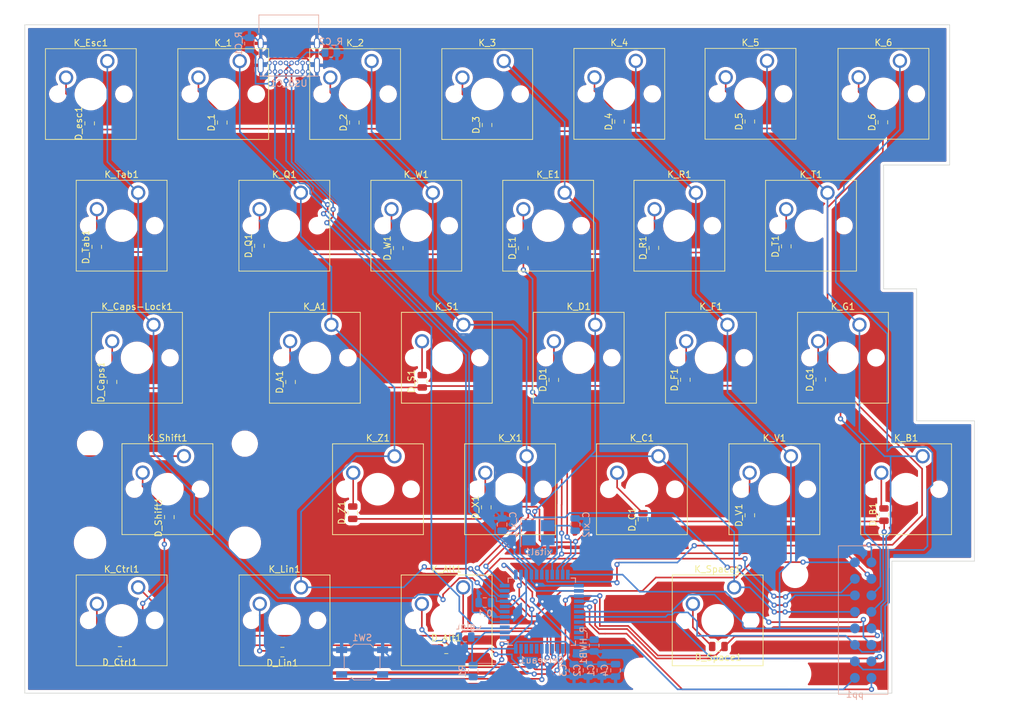
<source format=kicad_pcb>
(kicad_pcb (version 20211014) (generator pcbnew)
  (layers (0 "F.Cu" signal) (31 "B.Cu" signal) (34 "B.Paste" user) (35 "F.Paste" user) (36 "B.SilkS" user "B.Silkscreen") (37 "F.SilkS" user "F.Silkscreen") (38 "B.Mask" user) (39 "F.Mask" user) (44 "Edge.Cuts" user))
  (net 0 "")
  (net 1 "GND")
  (net 2 "Net-(0.1-Pad2)")
  (net 3 "V+")
  (net 5 "Net-(Cerveau1-Pad3)")
  (net 6 "Net-(Cerveau1-Pad4)")
  (net 7 "C0")
  (net 8 "C1")
  (net 9 "C2")
  (net 10 "C3")
  (net 11 "C7")
  (net 12 "Net-(Cerveau1-Pad13)")
  (net 13 "Net-(C_xi1-Pad1)")
  (net 14 "Net-(C_xi2-Pad1)")
  (net 15 "L0")
  (net 16 "L1")
  (net 17 "L2")
  (net 18 "L3")
  (net 19 "L5")
  (net 20 "L4")
  (net 21 "L6")
  (net 22 "L7")
  (net 23 "C4")
  (net 24 "C5")
  (net 25 "C6")
  (net 28 "Net-(Cerveau1-Pad33)")
  (net 29 "mod")
  (net 30 "alt")
  (net 31 "ctrl")
  (net 32 "shift")
  (net 36 "Net-(D_1-Pad2)")
  (net 37 "Net-(D_2-Pad2)")
  (net 38 "Net-(D_3-Pad2)")
  (net 39 "Net-(D_4-Pad2)")
  (net 40 "Net-(D_5-Pad2)")
  (net 41 "Net-(D_6-Pad2)")
  (net 42 "Net-(R_C1-Pad2)")
  (net 43 "Net-(R_C2-Pad2)")
  (net 46 "Net-(D_A1-Pad2)")
  (net 47 "Net-(D_Alt1-Pad2)")
  (net 48 "Net-(D_B1-Pad2)")
  (net 49 "Net-(D_C1-Pad2)")
  (net 50 "Net-(D_Caps1-Pad2)")
  (net 51 "Net-(D_Ctrl1-Pad2)")
  (net 52 "Net-(D_D1-Pad2)")
  (net 53 "Net-(D_E1-Pad2)")
  (net 54 "Net-(D_esc1-Pad2)")
  (net 55 "Net-(D_F1-Pad2)")
  (net 56 "Net-(D_G1-Pad2)")
  (net 57 "Net-(D_Lin1-Pad2)")
  (net 58 "Net-(D_Q1-Pad2)")
  (net 59 "Net-(D_R1-Pad2)")
  (net 60 "Net-(D_S1-Pad2)")
  (net 61 "Net-(D_Shift1-Pad2)")
  (net 62 "Net-(D_Space1-Pad2)")
  (net 63 "Net-(D_T1-Pad2)")
  (net 64 "Net-(D_Tab1-Pad2)")
  (net 65 "Net-(D_V1-Pad2)")
  (net 66 "Net-(D_W1-Pad2)")
  (net 67 "Net-(D_X1-Pad2)")
  (net 68 "Net-(D_Z1-Pad2)")
  (footprint "Capacitor_SMD:C_0805_2012Metric" (layer "F.Cu") (at 87.683068 120.177049)
    (fp_text reference "D_Alt1")
    (fp_text value "D")
  )
  (footprint "Capacitor_SMD:C_0805_2012Metric" (layer "F.Cu") (at 73.295589 99.223253 90)
    (fp_text reference "D_Z1")
    (fp_text value "D")
  )
  (footprint "Button_Switch_Keyboard:SW_Cherry_MX_1.00u_PCB" (layer "F.Cu") (at 105.890873 49.975766)
    (fp_text reference "K_E1")
    (fp_text value "KEYSW")
  )
  (footprint "Capacitor_SMD:C_0805_2012Metric" (layer "F.Cu") (at 124.452084 78.763012 90)
    (fp_text reference "D_F1")
    (fp_text value "D")
  )
  (footprint "Button_Switch_Keyboard:SW_Cherry_MX_1.00u_PCB" (layer "F.Cu") (at 90.306682 70.299673)
    (fp_text reference "K_S1")
    (fp_text value "KEYSW")
  )
  (footprint "Button_Switch_Keyboard:SW_Cherry_MX_1.00u_PCB" (layer "F.Cu") (at 55.920144 29.718)
    (fp_text reference "K_1")
    (fp_text value "KEYSW")
  )
  (footprint "Capacitor_SMD:C_0805_2012Metric" (layer "F.Cu") (at 80.294988 58.497891 90)
    (fp_text reference "D_W1")
    (fp_text value "D")
  )
  (footprint "Capacitor_SMD:C_0805_2012Metric" (layer "F.Cu") (at 32.835 39.305 90)
    (fp_text reference "D_esc1")
    (fp_text value "D")
  )
  (footprint "Capacitor_SMD:C_0805_2012Metric" (layer "F.Cu") (at 63.734613 79.108602 90)
    (fp_text reference "D_A1")
    (fp_text value "D")
  )
  (footprint "Capacitor_SMD:C_0805_2012Metric" (layer "F.Cu") (at 145.267223 78.736429 90)
    (fp_text reference "D_G1")
    (fp_text value "D")
  )
  (footprint "Capacitor_SMD:C_0805_2012Metric" (layer "F.Cu") (at 73.539 39.185 90)
    (fp_text reference "D_2")
    (fp_text value "D")
  )
  (footprint "Button_Switch_Keyboard:SW_Cherry_MX_1.00u_PCB" (layer "F.Cu") (at 140.682576 90.532304)
    (fp_text reference "K_V1")
    (fp_text value "KEYSW")
  )
  (footprint "Button_Switch_Keyboard:SW_Cherry_MX_1.50u_PCB" (layer "F.Cu") (at 90.278568 110.710049)
    (fp_text reference "K_Alt1")
    (fp_text value "KEYSW")
  )
  (footprint "Capacitor_SMD:C_0805_2012Metric" (layer "F.Cu") (at 154.996262 99.51308 90)
    (fp_text reference "D_B1")
    (fp_text value "D")
  )
  (footprint "Button_Switch_Keyboard:SW_Cherry_MX_1.00u_PCB" (layer "F.Cu") (at 120.306509 90.532304)
    (fp_text reference "K_C1")
    (fp_text value "KEYSW")
  )
  (footprint "Capacitor_SMD:C_0805_2012Metric" (layer "F.Cu") (at 134.36957 99.617144 90)
    (fp_text reference "D_V1")
    (fp_text value "D")
  )
  (footprint "Button_Switch_Keyboard:SW_Cherry_MX_1.00u_PCB" (layer "F.Cu") (at 96.52 29.718)
    (fp_text reference "K_3")
    (fp_text value "KEYSW")
  )
  (footprint "Button_Switch_Keyboard:SW_Cherry_MX_1.00u_PCB" (layer "F.Cu") (at 76.2 29.718)
    (fp_text reference "K_2")
    (fp_text value "KEYSW")
  )
  (footprint "Button_Switch_Keyboard:SW_Cherry_MX_1.50u_PCB" (layer "F.Cu") (at 40.299165 49.971483)
    (fp_text reference "K_Tab1")
    (fp_text value "KEYSW")
  )
  (footprint "Button_Switch_Keyboard:SW_Cherry_MX_1.00u_PCB" (layer "F.Cu") (at 157.45027 29.675006)
    (fp_text reference "K_6")
    (fp_text value "KEYSW")
  )
  (footprint "Button_Switch_Keyboard:SW_Cherry_MX_1.00u_PCB" (layer "F.Cu") (at 110.58786 70.297136)
    (fp_text reference "K_D1")
    (fp_text value "KEYSW")
  )
  (footprint "Capacitor_SMD:C_0805_2012Metric" (layer "F.Cu") (at 129.522244 119.817106 180)
    (fp_text reference "D_Space1")
    (fp_text value "D")
  )
  (footprint "Button_Switch_Keyboard:SW_Cherry_MX_1.00u_PCB" (layer "F.Cu") (at 116.829316 29.688489)
    (fp_text reference "K_4")
    (fp_text value "KEYSW")
  )
  (footprint "Button_Switch_Keyboard:SW_Cherry_MX_1.00u_PCB" (layer "F.Cu") (at 130.92646 70.297136)
    (fp_text reference "K_F1")
    (fp_text value "KEYSW")
  )
  (footprint "Button_Switch_Keyboard:SW_Cherry_MX_1.00u_PCB" (layer "F.Cu") (at 100.033932 90.532304)
    (fp_text reference "K_X1")
    (fp_text value "KEYSW")
  )
  (footprint "Capacitor_SMD:C_0805_2012Metric" (layer "F.Cu") (at 119.612474 58.471307 90)
    (fp_text reference "D_R1")
    (fp_text value "D")
  )
  (footprint "Capacitor_SMD:C_0805_2012Metric" (layer "F.Cu") (at 83.991493 78.995249 90)
    (fp_text reference "D_S1")
    (fp_text value "D")
  )
  (footprint "Button_Switch_Keyboard:SW_Cherry_MX_1.00u_PCB" (layer "F.Cu") (at 35.56 29.718)
    (fp_text reference "K_Esc1")
    (fp_text value "KEYSW")
  )
  (footprint "Button_Switch_Keyboard:SW_Cherry_MX_2.25u_PCB" (layer "F.Cu") (at 47.335762 90.51802)
    (fp_text reference "K_Shift1")
    (fp_text value "KEYSW")
  )
  (footprint "Button_Switch_Keyboard:SW_Cherry_MX_1.00u_PCB" (layer "F.Cu") (at 160.938653 90.532304)
    (fp_text reference "K_B1")
    (fp_text value "KEYSW")
  )
  (footprint "Capacitor_SMD:C_0805_2012Metric" (layer "F.Cu") (at 114.326316 39.033489 90)
    (fp_text reference "D_4")
    (fp_text value "D")
  )
  (footprint "Capacitor_SMD:C_0805_2012Metric" (layer "F.Cu") (at 36.273516 79.101584 90)
    (fp_text reference "D_Caps1")
    (fp_text value "D")
  )
  (footprint "Capacitor_SMD:C_0805_2012Metric" (layer "F.Cu") (at 93.955 39.557 90)
    (fp_text reference "D_3")
    (fp_text value "D")
  )
  (footprint "Capacitor_SMD:C_0805_2012Metric" (layer "F.Cu") (at 62.475929 120.671049 180)
    (fp_text reference "D_Lin1")
    (fp_text value "D")
  )
  (footprint "Capacitor_SMD:C_0805_2012Metric" (layer "F.Cu") (at 99.515098 58.497891 90)
    (fp_text reference "D_E1")
    (fp_text value "D")
  )
  (footprint "Button_Switch_Keyboard:SW_Cherry_MX_1.00u_PCB" (layer "F.Cu") (at 137.008949 29.675006)
    (fp_text reference "K_5")
    (fp_text value "KEYSW")
  )
  (footprint "Button_Switch_Keyboard:SW_Cherry_MX_1.00u_PCB" (layer "F.Cu") (at 65.318198 49.975766)
    (fp_text reference "K_Q1")
    (fp_text value "KEYSW")
  )
  (footprint "Capacitor_SMD:C_0805_2012Metric" (layer "F.Cu") (at 53.233144 39.183 90)
    (fp_text reference "D_1")
    (fp_text value "D")
  )
  (footprint "Capacitor_SMD:C_0805_2012Metric" (layer "F.Cu") (at 134.371949 39.020006 90)
    (fp_text reference "D_5")
    (fp_text value "D")
  )
  (footprint "Capacitor_SMD:C_0805_2012Metric" (layer "F.Cu") (at 104.221788 78.782578 90)
    (fp_text reference "D_D1")
    (fp_text value "D")
  )
  (footprint "Button_Switch_Keyboard:SW_Cherry_MX_1.00u_PCB" (layer "F.Cu") (at 85.608376 49.975766)
    (fp_text reference "K_W1")
    (fp_text value "KEYSW")
  )
  (footprint "Button_Switch_Keyboard:SW_Cherry_MX_1.00u_PCB" (layer "F.Cu") (at 151.225554 70.297136)
    (fp_text reference "K_G1")
    (fp_text value "KEYSW")
  )
  (footprint "Capacitor_SMD:C_0805_2012Metric" (layer "F.Cu") (at 37.489665 120.581049 180)
    (fp_text reference "D_Ctrl1")
    (fp_text value "D")
  )
  (footprint "Capacitor_SMD:C_0805_2012Metric" (layer "F.Cu") (at 33.932787 58.311804 90)
    (fp_text reference "D_Tab1")
    (fp_text value "D")
  )
  (footprint "Capacitor_SMD:C_0805_2012Metric" (layer "F.Cu") (at 139.975689 58.232052 90)
    (fp_text reference "D_T1")
    (fp_text value "D")
  )
  (footprint "Capacitor_SMD:C_0805_2012Metric" (layer "F.Cu") (at 45.095757 99.899441 90)
    (fp_text reference "D_Shift1")
    (fp_text value "D")
  )
  (footprint "Button_Switch_Keyboard:SW_Cherry_MX_2.75u_PCB" (layer "F.Cu") (at 131.959215 110.710049)
    (fp_text reference "K_Space1")
    (fp_text value "KEYSW")
  )
  (footprint "Capacitor_SMD:C_0805_2012Metric" (layer "F.Cu") (at 117.937509 100.265304 90)
    (fp_text reference "D_C1")
    (fp_text value "D")
  )
  (footprint "Capacitor_SMD:C_0805_2012Metric" (layer "F.Cu") (at 58.948172 58.152301 90)
    (fp_text reference "D_Q1")
    (fp_text value "D")
  )
  (footprint "Button_Switch_Keyboard:SW_Cherry_MX_1.00u_PCB" (layer "F.Cu") (at 146.3118 49.975766)
    (fp_text reference "K_T1")
    (fp_text value "KEYSW")
  )
  (footprint "Button_Switch_Keyboard:SW_Cherry_MX_1.00u_PCB" (layer "F.Cu") (at 126.066755 49.975766)
    (fp_text reference "K_R1")
    (fp_text value "KEYSW")
  )
  (footprint "Button_Switch_Keyboard:SW_Cherry_MX_1.50u_PCB" (layer "F.Cu") (at 40.299165 110.710049)
    (fp_text reference "K_Ctrl1")
    (fp_text value "KEYSW")
  )
  (footprint "Button_Switch_Keyboard:SW_Cherry_MX_1.00u_PCB" (layer "F.Cu") (at 65.350929 110.710049)
    (fp_text reference "K_Lin1")
    (fp_text value "KEYSW")
  )
  (footprint "Button_Switch_Keyboard:SW_Cherry_MX_1.75u_PCB" (layer "F.Cu") (at 42.658987 70.299673)
    (fp_text reference "K_Caps-Lock1")
    (fp_text value "KEYSW")
  )
  (footprint "Capacitor_SMD:C_0805_2012Metric" (layer "F.Cu") (at 93.839574 98.393838 90)
    (fp_text reference "D_X1")
    (fp_text value "D")
  )
  (footprint "Button_Switch_Keyboard:SW_Cherry_MX_1.00u_PCB" (layer "F.Cu") (at 70.014513 70.299673)
    (fp_text reference "K_A1")
    (fp_text value "KEYSW")
  )
  (footprint "Capacitor_SMD:C_0805_2012Metric" (layer "F.Cu") (at 154.83127 39.140006 90)
    (fp_text reference "D_6")
    (fp_text value "D")
  )
  (footprint "Button_Switch_Keyboard:SW_Cherry_MX_1.00u_PCB" (layer "F.Cu") (at 79.716815 90.532304)
    (fp_text reference "K_Z1")
    (fp_text value "KEYSW")
  )
  (footprint "Resistor_SMD:R_0805_2012Metric" (layer "B.Cu") (at 57.41136 27.036536 -90)
    (fp_text reference "R_C1")
    (fp_text value "220")
  )
  (footprint "Crystal:Crystal_SMD_SeikoEpson_TSX3225-4Pin_3.2x2.5mm_HandSoldering" (layer "B.Cu") (at 101.843142 102.303848)
    (fp_text reference "xital1")
    (fp_text value "XTAL_GND")
  )
  (footprint "Capacitor_SMD:C_0805_2012Metric" (layer "B.Cu") (at 96.265456 101.045109 90)
    (fp_text reference "C_xi1")
    (fp_text value "22p")
  )
  (footprint "Capacitor_SMD:C_0805_2012Metric" (layer "B.Cu") (at 111.610689 123.486091 -90)
    (fp_text reference "C1")
    (fp_text value "0.1u")
  )
  (footprint "perso:16pin_pad" (layer "B.Cu") (at 150.524467 127.181521 180)
    (fp_text reference "pp1")
    (fp_text value "16pin_pad")
  )
  (footprint "Capacitor_SMD:C_0805_2012Metric" (layer "B.Cu") (at 109.483982 123.486091 -90)
    (fp_text reference "C2")
    (fp_text value "0.1u")
  )
  (footprint "Package_QFP:TQFP-44_10x10mm_P0.8mm" (layer "B.Cu") (at 102.374811 114.453316)
    (fp_text reference "Cerveau1")
    (fp_text value "ATMEGA32U4")
  )
  (footprint "Button_Switch_SMD:SW_SPST_TL3342" (layer "B.Cu") (at 74.740706 122.220764 180)
    (fp_text reference "SW1")
    (fp_text value "SW_PUSH")
  )
  (footprint "Capacitor_SMD:C_0805_2012Metric" (layer "B.Cu") (at 107.506349 101.046305 90)
    (fp_text reference "C_xi2")
    (fp_text value "22p")
  )
  (footprint "Resistor_SMD:R_0805_2012Metric" (layer "B.Cu") (at 69.952922 28.382592 180)
    (fp_text reference "R_C2")
    (fp_text value "220")
  )
  (footprint "Connector_USB:USB_C_Receptacle_GCT_USB4085" (layer "B.Cu") (at 60.487914 31.353386)
    (fp_text reference "USB_C1")
    (fp_text value "USB_C_Receptacle_USB2.0")
  )
  (footprint "Capacitor_SMD:C_0805_2012Metric" (layer "B.Cu") (at 113.715242 123.486091 -90)
    (fp_text reference "C4")
    (fp_text value "0.1u")
  )
  (footprint "Capacitor_SMD:C_0805_2012Metric" (layer "B.Cu") (at 93.613208 113.05596)
    (fp_text reference "0.1")
    (fp_text value "C")
  )
  (footprint "Resistor_SMD:R_0805_2012Metric" (layer "B.Cu") (at 110.427759 119.667635 -90)
    (fp_text reference "R_HWB1")
    (fp_text value "10k")
  )
  (footprint "Resistor_SMD:R_0805_2012Metric" (layer "B.Cu") (at 91.821687 123.592103 -90)
    (fp_text reference "R1")
    (fp_text value "10k")
  )
  (footprint "Capacitor_SMD:C_0805_2012Metric" (layer "B.Cu") (at 90.571143 118.363888 180)
    (fp_text reference "Cglob1")
    (fp_text value "4.7u")
  )
  (footprint "Capacitor_SMD:C_0805_2012Metric" (layer "B.Cu") (at 107.335122 123.486091 -90)
    (fp_text reference "C3")
    (fp_text value "0.1u")
  )
  (gr_line (start 156.21 127) (end 22.86 127) (layer "Edge.Cuts") (width 0.1))
  (gr_line (start 22.86 127) (end 22.86 24.13) (layer "Edge.Cuts") (width 0.1))
  (gr_line (start 165.1 24.13) (end 165.1 45.72) (layer "Edge.Cuts") (width 0.1))
  (gr_line (start 160.02 64.77) (end 160.02 85.09) (layer "Edge.Cuts") (width 0.1))
  (gr_line (start 160.02 85.09) (end 168.91 85.09) (layer "Edge.Cuts") (width 0.1))
  (gr_line (start 154.94 45.72) (end 154.94 64.77) (layer "Edge.Cuts") (width 0.1))
  (gr_line (start 156.21 106.68) (end 156.21 127) (layer "Edge.Cuts") (width 0.1))
  (gr_line (start 22.86 24.13) (end 165.1 24.13) (layer "Edge.Cuts") (width 0.1))
  (gr_line (start 154.94 64.77) (end 160.02 64.77) (layer "Edge.Cuts") (width 0.1))
  (gr_line (start 165.1 45.72) (end 154.94 45.72) (layer "Edge.Cuts") (width 0.1))
  (gr_line (start 168.91 85.09) (end 168.91 106.68) (layer "Edge.Cuts") (width 0.1))
  (gr_line (start 168.91 106.68) (end 156.21 106.68) (layer "Edge.Cuts") (width 0.1))
  (segment (start 99.121828 119.630293) (end 99.121828 122.027657) (width 0.25) (layer "F.Cu") (net 1))
  (segment (start 60.487914 29.508412) (end 60.667451 29.328875) (width 0.25) (layer "F.Cu") (net 1))
  (segment (start 92.508375 122.553119) (end 98.596366 122.553119) (width 0.25) (layer "F.Cu") (net 1))
  (segment (start 66.264421 29.328875) (end 66.437914 29.502368) (width 0.25) (layer "F.Cu") (net 1))
  (segment (start 103.172991 122.617383) (end 103.198631 122.591743) (width 0.25) (layer "F.Cu") (net 1))
  (segment (start 98.596366 122.553119) (end 99.121828 122.027657) (width 0.25) (layer "F.Cu") (net 1))
  (segment (start 104.847006 104.549429) (end 104.988027 104.408408) (width 0.25) (layer "F.Cu") (net 1))
  (segment (start 101.981703 116.29007) (end 101.557654 116.29007) (width 0.25) (layer "F.Cu") (net 1))
  (segment (start 60.667451 29.328875) (end 66.264421 29.328875) (width 0.25) (layer "F.Cu") (net 1))
  (segment (start 100.416662 118.335459) (end 99.121828 119.630293) (width 0.25) (layer "F.Cu") (net 1))
  (segment (start 100.106162 105.192919) (end 104.203516 105.192919) (width 0.25) (layer "F.Cu") (net 1))
  (segment (start 98.858438 116.29007) (end 101.557654 116.29007) (width 0.25) (layer "F.Cu") (net 1))
  (segment (start 103.876724 114.395049) (end 101.981703 116.29007) (width 0.25) (layer "F.Cu") (net 1))
  (segment (start 66.437914 29.502368) (end 66.437914 30.003386) (width 0.25) (layer "F.Cu") (net 1))
  (segment (start 104.988027 104.408408) (end 109.513535 104.408408) (width 0.25) (layer "F.Cu") (net 1))
  (segment (start 101.58711 110.341017) (end 101.58711 112.028515) (width 0.25) (layer "F.Cu") (net 1))
  (segment (start 101.65643 122.617383) (end 103.172991 122.617383) (width 0.25) (layer "F.Cu") (net 1))
  (segment (start 60.487914 30.003386) (end 60.487914 29.508412) (width 0.25) (layer "F.Cu") (net 1))
  (segment (start 109.513535 104.408408) (end 109.962239 103.959704) (width 0.25) (layer "F.Cu") (net 1))
  (segment (start 98.802781 105.192919) (end 98.151091 104.541229) (width 0.25) (layer "F.Cu") (net 1))
  (segment (start 109.962239 103.959704) (end 109.962239 102.626409) (width 0.25) (layer "F.Cu") (net 1))
  (segment (start 101.58711 112.028515) (end 102.461381 112.902786) (width 0.25) (layer "F.Cu") (net 1))
  (segment (start 104.203516 105.192919) (end 104.847006 104.549429) (width 0.25) (layer "F.Cu") (net 1))
  (segment (start 100.106162 105.192919) (end 98.802781 105.192919) (width 0.25) (layer "F.Cu") (net 1))
  (segment (start 97.865455 115.297087) (end 98.858438 116.29007) (width 0.25) (layer "F.Cu") (net 1))
  (segment (start 90.892787 120.937531) (end 92.508375 122.553119) (width 0.25) (layer "F.Cu") (net 1))
  (via (at 90.892787 120.937531) (size 0.8) (drill 0.4) (layers "F.Cu" "B.Cu") (net 1))
  (via (at 101.58711 110.341017) (size 0.8) (drill 0.4) (layers "F.Cu" "B.Cu") (net 1))
  (via (at 103.876724 114.395049) (size 0.8) (drill 0.4) (layers "F.Cu" "B.Cu") (net 1))
  (via (at 103.198631 122.591743) (size 0.8) (drill 0.4) (layers "F.Cu" "B.Cu") (net 1))
  (via (at 109.962239 102.626409) (size 0.8) (drill 0.4) (layers "F.Cu" "B.Cu") (net 1))
  (via (at 100.416662 118.335459) (size 0.8) (drill 0.4) (layers "F.Cu" "B.Cu") (net 1))
  (via (at 102.461381 112.902786) (size 0.8) (drill 0.4) (layers "F.Cu" "B.Cu") (net 1))
  (via (at 97.865455 115.297087) (size 0.8) (drill 0.4) (layers "F.Cu" "B.Cu") (net 1))
  (via (at 101.557654 116.29007) (size 0.8) (drill 0.4) (layers "F.Cu" "B.Cu") (net 1))
  (via (at 101.65643 122.617383) (size 0.8) (drill 0.4) (layers "F.Cu" "B.Cu") (net 1))
  (via (at 100.106162 105.192919) (size 0.8) (drill 0.4) (layers "F.Cu" "B.Cu") (net 1))
  (via (at 98.151091 104.541229) (size 0.8) (drill 0.4) (layers "F.Cu" "B.Cu") (net 1))
  (via (at 99.121828 122.027657) (size 0.8) (drill 0.4) (layers "F.Cu" "B.Cu") (net 1))
  (segment (start 80.53647 122.966528) (end 89.621143 122.966528) (width 0.25) (layer "B.Cu") (net 1))
  (segment (start 90.990501 71.724184) (end 89.716629 71.724184) (width 0.25) (layer "B.Cu") (net 1))
  (segment (start 98.151091 105.419856) (end 100.774811 108.043576) (width 0.25) (layer "B.Cu") (net 1))
  (segment (start 95.191777 102.458923) (end 95.191777 101.168788) (width 0.25) (layer "B.Cu") (net 1))
  (segment (start 100.774811 109.753316) (end 101.474811 110.453316) (width 0.25) (layer "B.Cu") (net 1))
  (segment (start 98.151091 104.541229) (end 97.274083 104.541229) (width 0.25) (layer "B.Cu") (net 1))
  (segment (start 110.427759 120.580135) (end 111.426131 121.578507) (width 0.25) (layer "B.Cu") (net 1))
  (segment (start 101.557654 117.194467) (end 100.416662 118.335459) (width 0.25) (layer "B.Cu") (net 1))
  (segment (start 101.474811 110.453316) (end 101.58711 110.341017) (width 0.25) (layer "B.Cu") (net 1))
  (segment (start 90.892787 119.635532) (end 90.892787 120.937531) (width 0.25) (layer "B.Cu") (net 1))
  (segment (start 109.962239 102.552195) (end 107.506349 100.096305) (width 0.25) (layer "B.Cu") (net 1))
  (segment (start 103.198631 122.94019) (end 104.694532 124.436091) (width 0.25) (layer "B.Cu") (net 1))
  (segment (start 95.119411 75.853094) (end 90.990501 71.724184) (width 0.25) (layer "B.Cu") (net 1))
  (segment (start 101.491571 105.192919) (end 100.106162 105.192919) (width 0.25) (layer "B.Cu") (net 1))
  (segment (start 66.437914 30.003386) (end 66.437914 31.353386) (width 0.25) (layer "B.Cu") (net 1))
  (segment (start 58.268564 26.124036) (end 59.137914 26.993386) (width 0.25) (layer "B.Cu") (net 1))
  (segment (start 97.821684 115.253316) (end 97.865455 115.297087) (width 0.25) (layer "B.Cu") (net 1))
  (segment (start 68.874628 30.373386) (end 70.865422 28.382592) (width 0.25) (layer "B.Cu") (net 1))
  (segment (start 104.694532 124.436091) (end 107.335122 124.436091) (width 0.25) (layer "B.Cu") (net 1))
  (segment (start 109.483982 124.436091) (end 111.610689 124.436091) (width 0.25) (layer "B.Cu") (net 1))
  (segment (start 96.674811 115.253316) (end 97.821684 115.253316) (width 0.25) (layer "B.Cu") (net 1))
  (segment (start 57.41136 26.124036) (end 58.268564 26.124036) (width 0.25) (layer "B.Cu") (net 1))
  (segment (start 107.335122 124.436091) (end 105.574811 122.67578) (width 0.25) (layer "B.Cu") (net 1))
  (segment (start 64.510042 45.215052) (end 64.479201 45.215052) (width 0.25) (layer "B.Cu") (net 1))
  (segment (start 115.075753 121.578507) (end 115.075753 123.07558) (width 0.25) (layer "B.Cu") (net 1))
  (segment (start 71.227779 51.932789) (end 64.510042 45.215052) (width 0.25) (layer "B.Cu") (net 1))
  (segment (start 111.610689 124.436091) (end 113.715242 124.436091) (width 0.25) (layer "B.Cu") (net 1))
  (segment (start 59.507914 30.003386) (end 59.137914 30.373386) (width 0.25) (layer "B.Cu") (net 1))
  (segment (start 115.075753 123.07558) (end 113.715242 124.436091) (width 0.25) (layer "B.Cu") (net 1))
  (segment (start 67.417914 30.003386) (end 67.787914 30.373386) (width 0.25) (layer "B.Cu") (net 1))
  (segment (start 102.461381 112.979706) (end 103.876724 114.395049) (width 0.25) (layer "B.Cu") (net 1))
  (segment (start 71.227779 53.235334) (end 71.227779 51.932789) (width 0.25) (layer "B.Cu") (net 1))
  (segment (start 99.121828 122.027657) (end 99.711554 122.617383) (width 0.25) (layer "B.Cu") (net 1))
  (segment (start 69.476216 26.993386) (end 70.865422 28.382592) (width 0.25) (layer "B.Cu") (net 1))
  (segment (start 103.293142 103.391348) (end 101.491571 105.192919) (width 0.25) (layer "B.Cu") (net 1))
  (segment (start 98.151091 104.541229) (end 98.151091 105.419856) (width 0.25) (layer "B.Cu") (net 1))
  (segment (start 67.787914 30.373386) (end 68.874628 30.373386) (width 0.25) (layer "B.Cu") (net 1))
  (segment (start 67.787914 26.993386) (end 69.476216 26.993386) (width 0.25) (layer "B.Cu") (net 1))
  (segment (start 71.590706 120.320764) (end 77.890706 120.320764) (width 0.25) (layer "B.Cu") (net 1))
  (segment (start 66.317155 31.912823) (end 66.317155 31.474145) (width 0.25) (layer "B.Cu") (net 1))
  (segment (start 92.663208 113.05596) (end 94.860564 115.253316) (width 0.25) (layer "B.Cu") (net 1))
  (segment (start 101.474811 110.453316) (end 108.074811 110.453316) (width 0.25) (layer "B.Cu") (net 1))
  (segment (start 105.574811 122.67578) (end 105.574811 120.153316) (width 0.25) (layer "B.Cu") (net 1))
  (segment (start 99.711554 122.617383) (end 101.65643 122.617383) (width 0.25) (layer "B.Cu") (net 1))
  (segment (start 60.487914 30.003386) (end 60.487914 31.353386) (width 0.25) (layer "B.Cu") (net 1))
  (segment (start 89.621143 122.966528) (end 89.621143 118.363888) (width 0.25) (layer "B.Cu") (net 1))
  (segment (start 77.890706 120.320764) (end 80.53647 122.966528) (width 0.25) (layer "B.Cu") (net 1))
  (segment (start 102.461381 112.902786) (end 102.461381 112.979706) (width 0.25) (layer "B.Cu") (net 1))
  (segment (start 96.265456 100.095109) (end 95.119411 98.949064) (width 0.25) (layer "B.Cu") (net 1))
  (segment (start 66.437914 30.003386) (end 67.417914 30.003386) (width 0.25) (layer "B.Cu") (net 1))
  (segment (start 99.121828 120.206299) (end 99.174811 120.153316) (width 0.25) (layer "B.Cu") (net 1))
  (segment (start 103.198631 122.591743) (end 103.198631 122.94019) (width 0.25) (layer "B.Cu") (net 1))
  (segment (start 94.860564 115.253316) (end 96.674811 115.253316) (width 0.25) (layer "B.Cu") (net 1))
  (segment (start 95.119411 98.949064) (end 95.119411 75.853094) (width 0.25) (layer "B.Cu") (net 1))
  (segment (start 59.137914 26.993386) (end 59.137914 30.373386) (width 0.25) (layer "B.Cu") (net 1))
  (segment (start 100.774811 108.753316) (end 100.774811 109.753316) (width 0.25) (layer "B.Cu") (net 1))
  (segment (start 89.621143 118.363888) (end 90.892787 119.635532) (width 0.25) (layer "B.Cu") (net 1))
  (segment (start 111.426131 121.578507) (end 115.075753 121.578507) (width 0.25) (layer "B.Cu") (net 1))
  (segment (start 89.716629 71.724184) (end 71.227779 53.235334) (width 0.25) (layer "B.Cu") (net 1))
  (segment (start 95.191777 101.168788) (end 96.265456 100.095109) (width 0.25) (layer "B.Cu") (net 1))
  (segment (start 97.274083 104.541229) (end 95.191777 102.458923) (width 0.25) (layer "B.Cu") (net 1))
  (segment (start 107.335122 124.436091) (end 109.483982 124.436091) (width 0.25) (layer "B.Cu") (net 1))
  (segment (start 66.317155 31.474145) (end 66.437914 31.353386) (width 0.25) (layer "B.Cu") (net 1))
  (segment (start 101.557654 116.29007) (end 101.557654 117.194467) (width 0.25) (layer "B.Cu") (net 1))
  (segment (start 64.479201 45.215052) (end 64.479201 33.750777) (width 0.25) (layer "B.Cu") (net 1))
  (segment (start 60.487914 30.003386) (end 59.507914 30.003386) (width 0.25) (layer "B.Cu") (net 1))
  (segment (start 109.962239 102.626409) (end 109.962239 102.552195) (width 0.25) (layer "B.Cu") (net 1))
  (segment (start 100.774811 108.043576) (end 100.774811 108.753316) (width 0.25) (layer "B.Cu") (net 1))
  (segment (start 99.121828 122.027657) (end 99.121828 120.206299) (width 0.25) (layer "B.Cu") (net 1))
  (segment (start 64.479201 33.750777) (end 66.317155 31.912823) (width 0.25) (layer "B.Cu") (net 1))
  (segment (start 95.960564 114.453316) (end 96.674811 114.453316) (width 0.25) (layer "B.Cu") (net 2))
  (segment (start 94.563208 113.05596) (end 95.960564 114.453316) (width 0.25) (layer "B.Cu") (net 2))
  (segment (start 99.974811 115.075282) (end 97.396777 117.653316) (width 0.25) (layer "B.Cu") (net 3))
  (segment (start 99.974811 108.753316) (end 99.974811 115.075282) (width 0.25) (layer "B.Cu") (net 3))
  (segment (start 99.974811 108.753316) (end 99.974811 111.353316) (width 0.25) (layer "B.Cu") (net 3))
  (segment (start 99.974811 109.753316) (end 99.974811 108.753316) (width 0.25) (layer "B.Cu") (net 3))
  (segment (start 91.657619 122.515535) (end 91.821687 122.679603) (width 0.25) (layer "B.Cu") (net 3))
  (segment (start 106.374811 119.466208) (end 106.374811 120.153316) (width 0.25) (layer "B.Cu") (net 3))
  (segment (start 93.644218 117.653316) (end 93.040818 118.256715) (width 0.25) (layer "B.Cu") (net 3))
  (segment (start 99.974811 111.353316) (end 97.674811 113.653316) (width 0.25) (layer "B.Cu") (net 3))
  (segment (start 97.674811 113.653316) (end 96.674811 113.653316) (width 0.25) (layer "B.Cu") (net 3))
  (segment (start 65.587914 31.353386) (end 65.587914 30.003386) (width 0.25) (layer "B.Cu") (net 3))
  (segment (start 98.374811 119.279294) (end 98.5753 119.078805) (width 0.25) (layer "B.Cu") (net 3))
  (segment (start 111.610689 122.536091) (end 113.715242 122.536091) (width 0.25) (layer "B.Cu") (net 3))
  (segment (start 106.374811 120.153316) (end 106.374811 121.57578) (width 0.25) (layer "B.Cu") (net 3))
  (segment (start 93.040818 118.256715) (end 91.657619 119.639915) (width 0.25) (layer "B.Cu") (net 3))
  (segment (start 61.337914 31.353386) (end 61.337914 44.727855) (width 0.25) (layer "B.Cu") (net 3))
  (segment (start 106.374811 121.57578) (end 107.335122 122.536091) (width 0.25) (layer "B.Cu") (net 3))
  (segment (start 61.517451 32.027897) (end 65.408377 32.027897) (width 0.25) (layer "B.Cu") (net 3))
  (segment (start 66.742709 50.13265) (end 91.189411 74.579352) (width 0.25) (layer "B.Cu") (net 3))
  (segment (start 65.408377 32.027897) (end 65.587914 31.84836) (width 0.25) (layer "B.Cu") (net 3))
  (segment (start 91.189411 74.579352) (end 91.189411 99.093894) (width 0.25) (layer "B.Cu") (net 3))
  (segment (start 97.396777 117.653316) (end 96.674811 117.653316) (width 0.25) (layer "B.Cu") (net 3))
  (segment (start 91.521143 118.363888) (end 92.933645 118.363888) (width 0.25) (layer "B.Cu") (net 3))
  (segment (start 61.337914 31.353386) (end 61.337914 30.003386) (width 0.25) (layer "B.Cu") (net 3))
  (segment (start 61.337914 44.727855) (end 65.161314 48.551255) (width 0.25) (layer "B.Cu") (net 3))
  (segment (start 105.987408 119.078805) (end 106.374811 119.466208) (width 0.25) (layer "B.Cu") (net 3))
  (segment (start 98.374811 120.153316) (end 98.374811 119.279294) (width 0.25) (layer "B.Cu") (net 3))
  (segment (start 96.674811 117.653316) (end 93.644218 117.653316) (width 0.25) (layer "B.Cu") (net 3))
  (segment (start 98.5753 119.078805) (end 105.987408 119.078805) (width 0.25) (layer "B.Cu") (net 3))
  (segment (start 91.657619 119.639915) (end 91.657619 122.515535) (width 0.25) (layer "B.Cu") (net 3))
  (segment (start 61.337914 31.353386) (end 61.337914 31.84836) (width 0.25) (layer "B.Cu") (net 3))
  (segment (start 65.161314 48.551255) (end 65.908251 48.551255) (width 0.25) (layer "B.Cu") (net 3))
  (segment (start 91.821687 122.679603) (end 94.347974 120.153316) (width 0.25) (layer "B.Cu") (net 3))
  (segment (start 99.974811 107.879294) (end 99.974811 108.753316) (width 0.25) (layer "B.Cu") (net 3))
  (segment (start 91.189411 99.093894) (end 99.974811 107.879294) (width 0.25) (layer "B.Cu") (net 3))
  (segment (start 94.347974 120.153316) (end 98.374811 120.153316) (width 0.25) (layer "B.Cu") (net 3))
  (segment (start 109.483982 122.536091) (end 111.610689 122.536091) (width 0.25) (layer "B.Cu") (net 3))
  (segment (start 101.474811 111.253316) (end 99.974811 109.753316) (width 0.25) (layer "B.Cu") (net 3))
  (segment (start 61.337914 31.84836) (end 61.517451 32.027897) (width 0.25) (layer "B.Cu") (net 3))
  (segment (start 107.335122 122.536091) (end 109.483982 122.536091) (width 0.25) (layer "B.Cu") (net 3))
  (segment (start 108.074811 111.253316) (end 101.474811 111.253316) (width 0.25) (layer "B.Cu") (net 3))
  (segment (start 65.587914 31.84836) (end 65.587914 31.353386) (width 0.25) (layer "B.Cu") (net 3))
  (segment (start 66.742709 49.385713) (end 66.742709 50.13265) (width 0.25) (layer "B.Cu") (net 3))
  (segment (start 92.933645 118.363888) (end 93.040818 118.256715) (width 0.25) (layer "B.Cu") (net 3))
  (segment (start 65.908251 48.551255) (end 66.742709 49.385713) (width 0.25) (layer "B.Cu") (net 3))
  (segment (start 63.887914 33.289325) (end 63.896916 33.298327) (width 0.25) (layer "F.Cu") (net 5))
  (segment (start 63.887914 31.353386) (end 63.887914 33.289325) (width 0.25) (layer "F.Cu") (net 5))
  (segment (start 70.278415 53.641006) (end 69.319956 54.599465) (width 0.25) (layer "F.Cu") (net 5))
  (segment (start 70.278415 52.545953) (end 70.278415 53.641006) (width 0.25) (layer "F.Cu") (net 5))
  (via (at 70.278415 52.545953) (size 0.8) (drill 0.4) (layers "F.Cu" "B.Cu") (net 5))
  (via (at 69.319956 54.599465) (size 0.8) (drill 0.4) (layers "F.Cu" "B.Cu") (net 5))
  (via (at 63.896916 33.298327) (size 0.8) (drill 0.4) (layers "F.Cu" "B.Cu") (net 5))
  (segment (start 92.311354 117.01457) (end 89.688515 114.391731) (width 0.25) (layer "B.Cu") (net 5))
  (segment (start 63.896916 45.268485) (end 67.258731 48.6303) (width 0.25) (layer "B.Cu") (net 5))
  (segment (start 67.258731 48.6303) (end 67.289572 48.6303) (width 0.25) (layer "B.Cu") (net 5))
  (segment (start 85.392161 107.838206) (end 85.392161 70.67167) (width 0.25) (layer "B.Cu") (net 5))
  (segment (start 63.896916 33.298327) (end 63.896916 45.268485) (width 0.25) (layer "B.Cu") (net 5))
  (segment (start 85.392161 70.67167) (end 69.319956 54.599465) (width 0.25) (layer "B.Cu") (net 5))
  (segment (start 63.887914 31.001499) (end 63.887914 31.353386) (width 0.25) (layer "B.Cu") (net 5))
  (segment (start 63.037914 30.151499) (end 63.887914 31.001499) (width 0.25) (layer "B.Cu") (net 5))
  (segment (start 96.674811 116.853316) (end 96.513557 117.01457) (width 0.25) (layer "B.Cu") (net 5))
  (segment (start 63.037914 30.003386) (end 63.037914 30.151499) (width 0.25) (layer "B.Cu") (net 5))
  (segment (start 67.289572 48.6303) (end 70.278415 51.619143) (width 0.25) (layer "B.Cu") (net 5))
  (segment (start 96.513557 117.01457) (end 92.311354 117.01457) (width 0.25) (layer "B.Cu") (net 5))
  (segment (start 89.688515 112.13456) (end 85.392161 107.838206) (width 0.25) (layer "B.Cu") (net 5))
  (segment (start 70.278415 51.619143) (end 70.278415 52.545953) (width 0.25) (layer "B.Cu") (net 5))
  (segment (start 89.688515 114.391731) (end 89.688515 112.13456) (width 0.25) (layer "B.Cu") (net 5))
  (segment (start 63.037914 32.744456) (end 63.045855 32.752397) (width 0.25) (layer "F.Cu") (net 6))
  (segment (start 63.887914 30.10729) (end 63.887914 30.003386) (width 0.25) (layer "F.Cu") (net 6))
  (segment (start 69.444802 52.581076) (end 68.805669 53.220209) (width 0.25) (layer "F.Cu") (net 6))
  (segment (start 69.444802 51.810144) (end 69.444802 52.581076) (width 0.25) (layer "F.Cu") (net 6))
  (segment (start 63.037914 30.95729) (end 63.887914 30.10729) (width 0.25) (layer "F.Cu") (net 6))
  (segment (start 63.037914 31.353386) (end 63.037914 32.744456) (width 0.25) (layer "F.Cu") (net 6))
  (segment (start 63.037914 31.353386) (end 63.037914 30.95729) (width 0.25) (layer "F.Cu") (net 6))
  (via (at 63.045855 32.752397) (size 0.8) (drill 0.4) (layers "F.Cu" "B.Cu") (net 6))
  (via (at 68.805669 53.220209) (size 0.8) (drill 0.4) (layers "F.Cu" "B.Cu") (net 6))
  (via (at 69.444802 51.810144) (size 0.8) (drill 0.4) (layers "F.Cu" "B.Cu") (net 6))
  (segment (start 91.703079 109.927694) (end 91.703079 114.424461) (width 0.25) (layer "B.Cu") (net 6))
  (segment (start 91.859046 114.580428) (end 92.296454 114.580428) (width 0.25) (layer "B.Cu") (net 6))
  (segment (start 90.704517 74.959427) (end 90.704517 108.929132) (width 0.25) (layer "B.Cu") (net 6))
  (segment (start 94.816932 116.053316) (end 96.674811 116.053316) (width 0.25) (layer "B.Cu") (net 6))
  (segment (start 67.192229 49.199516) (end 67.192229 49.707096) (width 0.25) (layer "B.Cu") (net 6))
  (segment (start 91.703079 114.424461) (end 91.859046 114.580428) (width 0.25) (layer "B.Cu") (net 6))
  (segment (start 96.779889 116.053316) (end 96.674811 116.053316) (width 0.25) (layer "B.Cu") (net 6))
  (segment (start 90.704517 108.929132) (end 91.703079 109.927694) (width 0.25) (layer "B.Cu") (net 6))
  (segment (start 67.192229 49.707096) (end 69.295277 51.810144) (width 0.25) (layer "B.Cu") (net 6))
  (segment (start 69.295277 51.810144) (end 69.444802 51.810144) (width 0.25) (layer "B.Cu") (net 6))
  (segment (start 93.329144 114.565528) (end 94.816932 116.053316) (width 0.25) (layer "B.Cu") (net 6))
  (segment (start 68.805669 53.220209) (end 68.965299 53.220209) (width 0.25) (layer "B.Cu") (net 6))
  (segment (start 92.296454 114.580428) (end 92.311354 114.565528) (width 0.25) (layer "B.Cu") (net 6))
  (segment (start 63.045855 45.053142) (end 67.192229 49.199516) (width 0.25) (layer "B.Cu") (net 6))
  (segment (start 92.311354 114.565528) (end 93.329144 114.565528) (width 0.25) (layer "B.Cu") (net 6))
  (segment (start 63.045855 32.752397) (end 63.045855 45.053142) (width 0.25) (layer "B.Cu") (net 6))
  (segment (start 68.965299 53.220209) (end 90.704517 74.959427) (width 0.25) (layer "B.Cu") (net 6))
  (segment (start 91.727568 109.285538) (end 89.688515 109.285538) (width 0.25) (layer "F.Cu") (net 7))
  (segment (start 117.852078 111.258979) (end 105.37983 111.258979) (width 0.25) (layer "F.Cu") (net 7))
  (segment (start 98.024311 112.500217) (end 98.024311 112.279218) (width 0.25) (layer "F.Cu") (net 7))
  (segment (start 100.550433 115.157941) (end 97.95851 112.566018) (width 0.25) (layer "F.Cu") (net 7))
  (segment (start 132.237516 109.198732) (end 119.912325 109.198732) (width 0.25) (layer "F.Cu") (net 7))
  (segment (start 92.427579 109.985549) (end 91.727568 109.285538) (width 0.25) (layer "F.Cu") (net 7))
  (segment (start 97.95851 112.566018) (end 98.024311 112.500217) (width 0.25) (layer "F.Cu") (net 7))
  (segment (start 101.480868 115.157941) (end 100.550433 115.157941) (width 0.25) (layer "F.Cu") (net 7))
  (segment (start 142.552887 106.828341) (end 134.607907 106.828341) (width 0.25) (layer "F.Cu") (net 7))
  (segment (start 105.37983 111.258979) (end 101.480868 115.157941) (width 0.25) (layer "F.Cu") (net 7))
  (segment (start 134.607907 106.828341) (end 132.237516 109.198732) (width 0.25) (layer "F.Cu") (net 7))
  (segment (start 89.688515 109.285538) (end 87.185591 111.788462) (width 0.25) (layer "F.Cu") (net 7))
  (segment (start 119.912325 109.198732) (end 117.852078 111.258979) (width 0.25) (layer "F.Cu") (net 7))
  (segment (start 87.185591 111.788462) (end 87.185591 112.594753) (width 0.25) (layer "F.Cu") (net 7))
  (via (at 92.427579 109.985549) (size 0.8) (drill 0.4) (layers "F.Cu" "B.Cu") (net 7))
  (via (at 98.024311 112.279218) (size 0.8) (drill 0.4) (layers "F.Cu" "B.Cu") (net 7))
  (via (at 87.185591 112.594753) (size 0.8) (drill 0.4) (layers "F.Cu" "B.Cu") (net 7))
  (via (at 142.552887 106.828341) (size 0.8) (drill 0.4) (layers "F.Cu" "B.Cu") (net 7))
  (segment (start 94.44847 112.00644) (end 95.051181 112.00644) (width 0.25) (layer "B.Cu") (net 7))
  (segment (start 95.051181 112.00644) (end 95.387728 112.342987) (width 0.25) (layer "B.Cu") (net 7))
  (segment (start 142.586067 106.861521) (end 142.552887 106.828341) (width 0.25) (layer "B.Cu") (net 7))
  (segment (start 40.299165 67.939851) (end 42.658987 70.299673) (width 0.25) (layer "B.Cu") (net 7))
  (segment (start 97.450213 112.853316) (end 96.674811 112.853316) (width 0.25) (layer "B.Cu") (net 7))
  (segment (start 48.921799 99.447924) (end 61.82087 112.346995) (width 0.25) (layer "B.Cu") (net 7))
  (segment (start 35.56 45.232318) (end 40.299165 49.971483) (width 0.25) (layer "B.Cu") (net 7))
  (segment (start 35.56 29.718) (end 35.56 45.232318) (width 0.25) (layer "B.Cu") (net 7))
  (segment (start 92.427579 109.985549) (end 94.44847 112.00644) (width 0.25) (layer "B.Cu") (net 7))
  (segment (start 95.387728 112.342987) (end 95.387728 112.853316) (width 0.25) (layer "B.Cu") (net 7))
  (segment (start 150.524467 106.861521) (end 142.586067 106.861521) (width 0.25) (layer "B.Cu") (net 7))
  (segment (start 98.024311 112.279218) (end 97.450213 112.853316) (width 0.25) (layer "B.Cu") (net 7))
  (segment (start 82.817058 112.346995) (end 83.338515 111.825538) (width 0.25) (layer "B.Cu") (net 7))
  (segment (start 61.82087 112.346995) (end 82.817058 112.346995) (width 0.25) (layer "B.Cu") (net 7))
  (segment (start 40.299165 49.971483) (end 40.299165 67.939851) (width 0.25) (layer "B.Cu") (net 7))
  (segment (start 42.658987 70.299673) (end 42.658987 90.103164) (width 0.25) (layer "B.Cu") (net 7))
  (segment (start 83.338515 111.825538) (end 86.416376 111.825538) (width 0.25) (layer "B.Cu") (net 7))
  (segment (start 48.921799 96.365976) (end 48.921799 99.447924) (width 0.25) (layer "B.Cu") (net 7))
  (segment (start 42.658987 90.103164) (end 48.921799 96.365976) (width 0.25) (layer "B.Cu") (net 7))
  (segment (start 86.416376 111.825538) (end 87.185591 112.594753) (width 0.25) (layer "B.Cu") (net 7))
  (segment (start 95.387728 112.853316) (end 96.674811 112.853316) (width 0.25) (layer "B.Cu") (net 7))
  (segment (start 139.8536 112.188461) (end 138.169957 112.188461) (width 0.25) (layer "F.Cu") (net 8))
  (segment (start 84.619513 107.850278) (end 84.305676 107.536441) (width 0.25) (layer "F.Cu") (net 8))
  (segment (start 92.414757 108.836018) (end 91.429017 107.850278) (width 0.25) (layer "F.Cu") (net 8))
  (segment (start 93.422176 108.836018) (end 92.414757 108.836018) (width 0.25) (layer "F.Cu") (net 8))
  (segment (start 91.429017 107.850278) (end 84.619513 107.850278) (width 0.25) (layer "F.Cu") (net 8))
  (segment (start 133.628553 106.295712) (end 95.962482 106.295712) (width 0.25) (layer "F.Cu") (net 8))
  (segment (start 95.962482 106.295712) (end 93.422176 108.836018) (width 0.25) (layer "F.Cu") (net 8))
  (segment (start 138.169957 112.188461) (end 138.059191 112.077695) (width 0.25) (layer "F.Cu") (net 8))
  (via (at 133.628553 106.295712) (size 0.8) (drill 0.4) (layers "F.Cu" "B.Cu") (net 8))
  (via (at 139.8536 112.188461) (size 0.8) (drill 0.4) (layers "F.Cu" "B.Cu") (net 8))
  (via (at 138.059191 112.077695) (size 0.8) (drill 0.4) (layers "F.Cu" "B.Cu") (net 8))
  (via (at 91.429017 107.850278) (size 0.8) (drill 0.4) (layers "F.Cu" "B.Cu") (net 8))
  (via (at 84.305676 107.536441) (size 0.8) (drill 0.4) (layers "F.Cu" "B.Cu") (net 8))
  (segment (start 65.350929 110.710049) (end 65.350929 99.073626) (width 0.25) (layer "B.Cu") (net 8))
  (segment (start 65.350929 99.073626) (end 73.892251 90.532304) (width 0.25) (layer "B.Cu") (net 8))
  (segment (start 70.014513 70.299673) (end 70.014513 61.38822) (width 0.25) (layer "B.Cu") (net 8))
  (segment (start 133.628553 107.647057) (end 133.628553 106.295712) (width 0.25) (layer "B.Cu") (net 8))
  (segment (start 79.716815 80.001975) (end 70.014513 70.299673) (width 0.25) (layer "B.Cu") (net 8))
  (segment (start 96.674811 112.053316) (end 95.733775 112.053316) (width 0.25) (layer "B.Cu") (net 8))
  (segment (start 65.318198 49.975766) (end 55.93689 40.594458) (width 0.25) (layer "B.Cu") (net 8))
  (segment (start 55.93689 40.594458) (end 55.93689 40.260565) (width 0.25) (layer "B.Cu") (net 8))
  (segment (start 65.318198 56.691905) (end 65.318198 49.975766) (width 0.25) (layer "B.Cu") (net 8))
  (segment (start 150.524467 109.401521) (end 148.433987 111.492001) (width 0.25) (layer "B.Cu") (net 8))
  (segment (start 91.530737 107.850278) (end 91.429017 107.850278) (width 0.25) (layer "B.Cu") (net 8))
  (segment (start 148.433987 111.492001) (end 140.55006 111.492001) (width 0.25) (layer "B.Cu") (net 8))
  (segment (start 55.920144 40.243819) (end 55.920144 29.718) (width 0.25) (layer "B.Cu") (net 8))
  (segment (start 55.93689 40.260565) (end 55.920144 40.243819) (width 0.25) (layer "B.Cu") (net 8))
  (segment (start 138.059191 112.077695) (end 133.628553 107.647057) (width 0.25) (layer "B.Cu") (net 8))
  (segment (start 84.305676 107.536441) (end 81.132068 110.710049) (width 0.25) (layer "B.Cu") (net 8))
  (segment (start 70.014513 61.38822) (end 65.318198 56.691905) (width 0.25) (layer "B.Cu") (net 8))
  (segment (start 95.733775 112.053316) (end 91.530737 107.850278) (width 0.25) (layer "B.Cu") (net 8))
  (segment (start 140.55006 111.492001) (end 139.8536 112.188461) (width 0.25) (layer "B.Cu") (net 8))
  (segment (start 73.892251 90.532304) (end 79.716815 90.532304) (width 0.25) (layer "B.Cu") (net 8))
  (segment (start 79.716815 90.532304) (end 79.716815 80.001975) (width 0.25) (layer "B.Cu") (net 8))
  (segment (start 81.132068 110.710049) (end 65.350929 110.710049) (width 0.25) (layer "B.Cu") (net 8))
  (segment (start 100.296253 99.912728) (end 92.457019 107.751962) (width 0.25) (layer "F.Cu") (net 9))
  (segment (start 139.810645 113.449841) (end 139.831446 113.42904) (width 0.25) (layer "F.Cu") (net 9))
  (segment (start 100.296253 99.035462) (end 100.296253 99.912728) (width 0.25) (layer "F.Cu") (net 9))
  (segment (start 138.104849 113.449841) (end 139.810645 113.449841) (width 0.25) (layer "F.Cu") (net 9))
  (segment (start 130.90371 107.60275) (end 130.925863 107.624903) (width 0.25) (layer "F.Cu") (net 9))
  (segment (start 130.925863 107.624903) (end 132.786731 107.624903) (width 0.25) (layer "F.Cu") (net 9))
  (via (at 130.90371 107.60275) (size 0.8) (drill 0.4) (layers "F.Cu" "B.Cu") (net 9))
  (via (at 138.104849 113.449841) (size 0.8) (drill 0.4) (layers "F.Cu" "B.Cu") (net 9))
  (via (at 139.831446 113.42904) (size 0.8) (drill 0.4) (layers "F.Cu" "B.Cu") (net 9))
  (via (at 92.457019 107.751962) (size 0.8) (drill 0.4) (layers "F.Cu" "B.Cu") (net 9))
  (via (at 100.296253 99.035462) (size 0.8) (drill 0.4) (layers "F.Cu" "B.Cu") (net 9))
  (via (at 132.786731 107.624903) (size 0.8) (drill 0.4) (layers "F.Cu" "B.Cu") (net 9))
  (segment (start 132.786731 108.131723) (end 138.104849 113.449841) (width 0.25) (layer "B.Cu") (net 9))
  (segment (start 101.166972 99.925473) (end 105.987348 99.925473) (width 0.25) (layer "B.Cu") (net 9))
  (segment (start 122.564942 99.263982) (end 130.90371 107.60275) (width 0.25) (layer "B.Cu") (net 9))
  (segment (start 92.457019 107.751962) (end 95.958373 111.253316) (width 0.25) (layer "B.Cu") (net 9))
  (segment (start 106.648839 99.263982) (end 122.564942 99.263982) (width 0.25) (layer "B.Cu") (net 9))
  (segment (start 97.908516 70.243686) (end 100.033932 72.369102) (width 0.25) (layer "B.Cu") (net 9))
  (segment (start 90.306682 70.299673) (end 97.852529 70.299673) (width 0.25) (layer "B.Cu") (net 9))
  (segment (start 85.608376 65.601367) (end 90.306682 70.299673) (width 0.25) (layer "B.Cu") (net 9))
  (segment (start 141.318965 111.941521) (end 150.524467 111.941521) (width 0.25) (layer "B.Cu") (net 9))
  (segment (start 132.786731 107.624903) (end 132.786731 108.131723) (width 0.25) (layer "B.Cu") (net 9))
  (segment (start 100.033932 98.773141) (end 100.296253 99.035462) (width 0.25) (layer "B.Cu") (net 9))
  (segment (start 85.608376 49.975766) (end 85.608376 65.601367) (width 0.25) (layer "B.Cu") (net 9))
  (segment (start 100.033932 72.369102) (end 100.033932 90.532304) (width 0.25) (layer "B.Cu") (net 9))
  (segment (start 76.2 40.56739) (end 85.608376 49.975766) (width 0.25) (layer "B.Cu") (net 9))
  (segment (start 95.958373 111.253316) (end 96.674811 111.253316) (width 0.25) (layer "B.Cu") (net 9))
  (segment (start 100.033932 98.792433) (end 101.166972 99.925473) (width 0.25) (layer "B.Cu") (net 9))
  (segment (start 100.033932 90.532304) (end 100.033932 98.773141) (width 0.25) (layer "B.Cu") (net 9))
  (segment (start 97.852529 70.299673) (end 97.908516 70.243686) (width 0.25) (layer "B.Cu") (net 9))
  (segment (start 105.987348 99.925473) (end 106.648839 99.263982) (width 0.25) (layer "B.Cu") (net 9))
  (segment (start 76.2 29.718) (end 76.2 40.56739) (width 0.25) (layer "B.Cu") (net 9))
  (segment (start 100.033932 90.532304) (end 100.033932 98.792433) (width 0.25) (layer "B.Cu") (net 9))
  (segment (start 139.831446 113.42904) (end 141.318965 111.941521) (width 0.25) (layer "B.Cu") (net 9))
  (segment (start 139.786756 114.497515) (end 138.127925 114.497515) (width 0.25) (layer "F.Cu") (net 10))
  (segment (start 101.295739 99.937841) (end 101.295739 99.029626) (width 0.25) (layer "F.Cu") (net 10))
  (segment (start 93.783098 107.450482) (end 101.295739 99.937841) (width 0.25) (layer "F.Cu") (net 10))
  (via (at 139.786756 114.497515) (size 0.8) (drill 0.4) (layers "F.Cu" "B.Cu") (net 10))
  (via (at 93.783098 107.450482) (size 0.8) (drill 0.4) (layers "F.Cu" "B.Cu") (net 10))
  (via (at 138.127925 114.497515) (size 0.8) (drill 0.4) (layers "F.Cu" "B.Cu") (net 10))
  (via (at 101.295739 99.029626) (size 0.8) (drill 0.4) (layers "F.Cu" "B.Cu") (net 10))
  (segment (start 138.127925 114.497515) (end 134.340459 110.710049) (width 0.25) (layer "B.Cu") (net 10))
  (segment (start 134.340459 110.710049) (end 131.959215 110.710049) (width 0.25) (layer "B.Cu") (net 10))
  (segment (start 105.890873 49.975766) (end 105.890873 39.088873) (width 0.25) (layer "B.Cu") (net 10))
  (segment (start 110.58786 54.672753) (end 105.890873 49.975766) (width 0.25) (layer "B.Cu") (net 10))
  (segment (start 131.959215 110.710049) (end 131.959215 102.18501) (width 0.25) (layer "B.Cu") (net 10))
  (segment (start 110.58786 70.297136) (end 110.58786 54.672753) (width 0.25) (layer "B.Cu") (net 10))
  (segment (start 101.295739 99.029626) (end 109.793061 90.532304) (width 0.25) (layer "B.Cu") (net 10))
  (segment (start 105.890873 39.088873) (end 96.52 29.718) (width 0.25) (layer "B.Cu") (net 10))
  (segment (start 131.959215 102.18501) (end 120.306509 90.532304) (width 0.25) (layer "B.Cu") (net 10))
  (segment (start 109.793061 90.532304) (end 120.306509 90.532304) (width 0.25) (layer "B.Cu") (net 10))
  (segment (start 93.783098 107.561603) (end 93.783098 107.450482) (width 0.25) (layer "B.Cu") (net 10))
  (segment (start 139.80275 114.481521) (end 139.786756 114.497515) (width 0.25) (layer "B.Cu") (net 10))
  (segment (start 96.674811 110.453316) (end 93.783098 107.561603) (width 0.25) (layer "B.Cu") (net 10))
  (segment (start 150.524467 114.481521) (end 139.80275 114.481521) (width 0.25) (layer "B.Cu") (net 10))
  (segment (start 110.58786 89.737505) (end 110.58786 70.297136) (width 0.25) (layer "B.Cu") (net 10))
  (segment (start 109.793061 90.532304) (end 110.58786 89.737505) (width 0.25) (layer "B.Cu") (net 10))
  (segment (start 100.921855 111.427653) (end 96.815757 107.321555) (width 0.25) (layer "F.Cu") (net 11))
  (segment (start 100.921855 112.648955) (end 100.921855 111.427653) (width 0.25) (layer "F.Cu") (net 11))
  (segment (start 96.815757 107.321555) (end 96.551473 107.321555) (width 0.25) (layer "F.Cu") (net 11))
  (via (at 96.551473 107.321555) (size 0.8) (drill 0.4) (layers "F.Cu" "B.Cu") (net 11))
  (via (at 100.921855 112.648955) (size 0.8) (drill 0.4) (layers "F.Cu" "B.Cu") (net 11))
  (segment (start 123.251817 126.40457) (end 116.439402 119.592155) (width 0.25) (layer "B.Cu") (net 11))
  (segment (start 116.439402 119.592155) (end 107.539628 119.592155) (width 0.25) (layer "B.Cu") (net 11))
  (segment (start 100.921855 112.974382) (end 100.921855 112.648955) (width 0.25) (layer "B.Cu") (net 11))
  (segment (start 96.551473 107.321555) (end 96.94305 107.321555) (width 0.25) (layer "B.Cu") (net 11))
  (segment (start 150.524467 124.641521) (end 148.761418 126.40457) (width 0.25) (layer "B.Cu") (net 11))
  (segment (start 96.94305 107.321555) (end 98.374811 108.753316) (width 0.25) (layer "B.Cu") (net 11))
  (segment (start 148.761418 126.40457) (end 123.251817 126.40457) (width 0.25) (layer "B.Cu") (net 11))
  (segment (start 107.539628 119.592155) (end 100.921855 112.974382) (width 0.25) (layer "B.Cu") (net 11))
  (segment (start 96.211076 121.828608) (end 96.211076 119.459447) (width 0.25) (layer "F.Cu") (net 12))
  (segment (start 98.909928 112.173978) (end 98.909928 110.44034) (width 0.25) (layer "F.Cu") (net 12))
  (segment (start 96.211076 119.459447) (end 96.257229 119.413294) (width 0.25) (layer "F.Cu") (net 12))
  (segment (start 100.826325 114.090375) (end 98.909928 112.173978) (width 0.25) (layer "F.Cu") (net 12))
  (via (at 100.826325 114.090375) (size 0.8) (drill 0.4) (layers "F.Cu" "B.Cu") (net 12))
  (via (at 98.909928 110.44034) (size 0.8) (drill 0.4) (layers "F.Cu" "B.Cu") (net 12))
  (via (at 96.211076 121.828608) (size 0.8) (drill 0.4) (layers "F.Cu" "B.Cu") (net 12))
  (via (at 96.257229 119.413294) (size 0.8) (drill 0.4) (layers "F.Cu" "B.Cu") (net 12))
  (segment (start 77.890706 124.120764) (end 71.590706 124.120764) (width 0.25) (layer "B.Cu") (net 12))
  (segment (start 100.826325 116.192062) (end 100.826325 114.090375) (width 0.25) (layer "B.Cu") (net 12))
  (segment (start 96.257229 119.413294) (end 97.605093 119.413294) (width 0.25) (layer "B.Cu") (net 12))
  (segment (start 91.821687 124.504603) (end 93.535081 124.504603) (width 0.25) (layer "B.Cu") (net 12))
  (segment (start 98.909928 110.44034) (end 99.174811 110.175457) (width 0.25) (layer "B.Cu") (net 12))
  (segment (start 93.535081 124.504603) (end 96.211076 121.828608) (width 0.25) (layer "B.Cu") (net 12))
  (segment (start 91.437848 124.120764) (end 77.890706 124.120764) (width 0.25) (layer "B.Cu") (net 12))
  (segment (start 97.605093 119.413294) (end 100.826325 116.192062) (width 0.25) (layer "B.Cu") (net 12))
  (segment (start 91.821687 124.504603) (end 91.437848 124.120764) (width 0.25) (layer "B.Cu") (net 12))
  (segment (start 99.174811 110.175457) (end 99.174811 108.753316) (width 0.25) (layer "B.Cu") (net 12))
  (segment (start 99.018631 105.509159) (end 101.574811 108.065339) (width 0.25) (layer "B.Cu") (net 13))
  (segment (start 99.093142 101.216348) (end 98.314381 101.995109) (width 0.25) (layer "B.Cu") (net 13))
  (segment (start 99.093142 101.216348) (end 99.018631 101.290859) (width 0.25) (layer "B.Cu") (net 13))
  (segment (start 101.574811 108.065339) (end 101.574811 108.753316) (width 0.25) (layer "B.Cu") (net 13))
  (segment (start 98.314381 101.995109) (end 96.265456 101.995109) (width 0.25) (layer "B.Cu") (net 13))
  (segment (start 99.018631 101.290859) (end 99.018631 105.509159) (width 0.25) (layer "B.Cu") (net 13))
  (segment (start 100.393142 101.216348) (end 99.093142 101.216348) (width 0.25) (layer "B.Cu") (net 13))
  (segment (start 103.293142 101.216348) (end 106.726392 101.216348) (width 0.25) (layer "B.Cu") (net 14))
  (segment (start 106.726392 101.216348) (end 107.506349 101.996305) (width 0.25) (layer "B.Cu") (net 14))
  (segment (start 104.696485 101.319691) (end 104.696485 105.55762) (width 0.25) (layer "B.Cu") (net 14))
  (segment (start 104.696485 105.55762) (end 102.374811 107.879294) (width 0.25) (layer "B.Cu") (net 14))
  (segment (start 102.374811 107.879294) (end 102.374811 108.753316) (width 0.25) (layer "B.Cu") (net 14))
  (segment (start 103.293142 101.216348) (end 104.593142 101.216348) (width 0.25) (layer "B.Cu") (net 14))
  (segment (start 104.593142 101.216348) (end 104.696485 101.319691) (width 0.25) (layer "B.Cu") (net 14))
  (segment (start 156.302696 104.160445) (end 160.858101 99.60504) (width 0.25) (layer "F.Cu") (net 15))
  (segment (start 113.936106 109.994594) (end 113.936106 107.192445) (width 0.25) (layer "F.Cu") (net 15))
  (segment (start 113.802805 40.507) (end 114.326316 39.983489) (width 0.25) (layer "F.Cu") (net 15))
  (segment (start 154.990075 40.248811) (end 154.83127 40.090006) (width 0.25) (layer "F.Cu") (net 15))
  (segment (start 73.537 40.133) (end 73.539 40.135) (width 0.25) (layer "F.Cu") (net 15))
  (segment (start 154.83127 43.731951) (end 154.83127 40.090006) (width 0.25) (layer "F.Cu") (net 15))
  (segment (start 147.701994 79.310209) (end 147.701994 77.751657) (width 0.25) (layer "F.Cu") (net 15))
  (segment (start 152.535141 104.291332) (end 152.666028 104.160445) (width 0.25) (layer "F.Cu") (net 15))
  (segment (start 73.539 40.135) (end 93.583 40.135) (width 0.25) (layer "F.Cu") (net 15))
  (segment (start 114.339799 39.970006) (end 114.326316 39.983489) (width 0.25) (layer "F.Cu") (net 15))
  (segment (start 93.955 40.507) (end 113.802805 40.507) (width 0.25) (layer "F.Cu") (net 15))
  (segment (start 147.701994 77.751657) (end 146.311033 76.360696) (width 0.25) (layer "F.Cu") (net 15))
  (segment (start 146.311033 76.360696) (end 146.311033 52.252188) (width 0.25) (layer "F.Cu") (net 15))
  (segment (start 160.858101 92.466316) (end 147.701994 79.310209) (width 0.25) (layer "F.Cu") (net 15))
  (segment (start 160.858101 99.60504) (end 160.858101 92.466316) (width 0.25) (layer "F.Cu") (net 15))
  (segment (start 152.666028 104.160445) (end 156.302696 104.160445) (width 0.25) (layer "F.Cu") (net 15))
  (segment (start 125.816951 104.291332) (end 152.535141 104.291332) (width 0.25) (layer "F.Cu") (net 15))
  (segment (start 53.111144 40.255) (end 53.233144 40.133) (width 0.25) (layer "F.Cu") (net 15))
  (segment (start 134.371949 39.970006) (end 114.339799 39.970006) (width 0.25) (layer "F.Cu") (net 15))
  (segment (start 154.83127 40.090006) (end 134.491949 40.090006) (width 0.25) (layer "F.Cu") (net 15))
  (segment (start 134.491949 40.090006) (end 134.371949 39.970006) (width 0.25) (layer "F.Cu") (net 15))
  (segment (start 53.233144 40.133) (end 73.537 40.133) (width 0.25) (layer "F.Cu") (net 15))
  (segment (start 146.311033 52.252188) (end 154.83127 43.731951) (width 0.25) (layer "F.Cu") (net 15))
  (segment (start 32.835 40.255) (end 53.111144 40.255) (width 0.25) (layer "F.Cu") (net 15))
  (segment (start 93.583 40.135) (end 93.955 40.507) (width 0.25) (layer "F.Cu") (net 15))
  (via (at 113.936106 107.192445) (size 0.8) (drill 0.4) (layers "F.Cu" "B.Cu") (net 15))
  (via (at 113.936106 109.994594) (size 0.8) (drill 0.4) (layers "F.Cu" "B.Cu") (net 15))
  (via (at 125.816951 104.291332) (size 0.8) (drill 0.4) (layers "F.Cu" "B.Cu") (net 15))
  (via (at 152.666028 104.160445) (size 0.8) (drill 0.4) (layers "F.Cu" "B.Cu") (net 15))
  (segment (start 103.174811 108.753316) (end 103.174811 109.753316) (width 0.25) (layer "B.Cu") (net 15))
  (segment (start 103.174811 109.753316) (end 103.2753 109.853805) (width 0.25) (layer "B.Cu") (net 15))
  (segment (start 153.064467 106.861521) (end 153.064467 104.558884) (width 0.25) (layer "B.Cu") (net 15))
  (segment (start 123.217755 106.890528) (end 125.816951 104.291332) (width 0.25) (layer "B.Cu") (net 15))
  (segment (start 153.064467 104.558884) (end 152.666028 104.160445) (width 0.25) (layer "B.Cu") (net 15))
  (segment (start 113.795317 109.853805) (end 113.936106 109.994594) (width 0.25) (layer "B.Cu") (net 15))
  (segment (start 103.2753 109.853805) (end 113.795317 109.853805) (width 0.25) (layer "B.Cu") (net 15))
  (segment (start 114.238023 106.890528) (end 123.217755 106.890528) (width 0.25) (layer "B.Cu") (net 15))
  (segment (start 113.936106 107.192445) (end 114.238023 106.890528) (width 0.25) (layer "B.Cu") (net 15))
  (segment (start 139.975689 59.182052) (end 119.851729 59.182052) (width 0.25) (layer "F.Cu") (net 16))
  (segment (start 105.44101 97.992431) (end 105.44101 85.14342) (width 0.25) (layer "F.Cu") (net 16))
  (segment (start 99.544861 59.477654) (end 99.515098 59.447891) (width 0.25) (layer "F.Cu") (net 16))
  (segment (start 119.612474 59.421307) (end 99.541682 59.421307) (width 0.25) (layer "F.Cu") (net 16))
  (segment (start 105.420985 98.012456) (end 105.44101 97.992431) (width 0.25) (layer "F.Cu") (net 16))
  (segment (start 80.294988 59.447891) (end 99.515098 59.447891) (width 0.25) (layer "F.Cu") (net 16))
  (segment (start 34.09229 59.102301) (end 33.932787 59.261804) (width 0.25) (layer "F.Cu") (net 16))
  (segment (start 99.544861 61.84827) (end 99.544861 59.477654) (width 0.25) (layer "F.Cu") (net 16))
  (segment (start 59.293762 59.447891) (end 58.948172 59.102301) (width 0.25) (layer "F.Cu") (net 16))
  (segment (start 119.851729 59.182052) (end 119.612474 59.421307) (width 0.25) (layer "F.Cu") (net 16))
  (segment (start 105.420858 105.571212) (end 105.529113 105.462957) (width 0.25) (layer "F.Cu") (net 16))
  (segment (start 99.541682 59.421307) (end 99.515098 59.447891) (width 0.25) (layer "F.Cu") (net 16))
  (segment (start 149.197648 105.462957) (end 152.427076 108.692385) (width 0.25) (layer "F.Cu") (net 16))
  (segment (start 105.44101 85.14342) (end 100.952742 80.655152) (width 0.25) (layer "F.Cu") (net 16))
  (segment (start 105.420985 102.364097) (end 105.420985 98.012456) (width 0.25) (layer "F.Cu") (net 16))
  (segment (start 58.948172 59.102301) (end 34.09229 59.102301) (width 0.25) (layer "F.Cu") (net 16))
  (segment (start 80.294988 59.447891) (end 59.293762 59.447891) (width 0.25) (layer "F.Cu") (net 16))
  (segment (start 105.529113 105.462957) (end 149.197648 105.462957) (width 0.25) (layer "F.Cu") (net 16))
  (via (at 152.427076 108.692385) (size 0.8) (drill 0.4) (layers "F.Cu" "B.Cu") (net 16))
  (via (at 99.544861 61.84827) (size 0.8) (drill 0.4) (layers "F.Cu" "B.Cu") (net 16))
  (via (at 105.420858 105.571212) (size 0.8) (drill 0.4) (layers "F.Cu" "B.Cu") (net 16))
  (via (at 105.420985 102.364097) (size 0.8) (drill 0.4) (layers "F.Cu" "B.Cu") (net 16))
  (via (at 100.952742 80.655152) (size 0.8) (drill 0.4) (layers "F.Cu" "B.Cu") (net 16))
  (segment (start 105.426866 105.565204) (end 105.426866 102.369978) (width 0.25) (layer "B.Cu") (net 16))
  (segment (start 105.420858 105.571212) (end 105.426866 105.565204) (width 0.25) (layer "B.Cu") (net 16))
  (segment (start 152.427076 108.692385) (end 152.427076 108.76413) (width 0.25) (layer "B.Cu") (net 16))
  (segment (start 103.974811 107.017259) (end 103.974811 108.753316) (width 0.25) (layer "B.Cu") (net 16))
  (segment (start 105.426866 102.369978) (end 105.420985 102.364097) (width 0.25) (layer "B.Cu") (net 16))
  (segment (start 100.952742 80.655152) (end 100.952742 63.256151) (width 0.25) (layer "B.Cu") (net 16))
  (segment (start 105.420858 105.571212) (end 103.974811 107.017259) (width 0.25) (layer "B.Cu") (net 16))
  (segment (start 152.427076 108.76413) (end 153.064467 109.401521) (width 0.25) (layer "B.Cu") (net 16))
  (segment (start 100.952742 63.256151) (end 99.544861 61.84827) (width 0.25) (layer "B.Cu") (net 16))
  (segment (start 84.204164 79.732578) (end 83.991493 79.945249) (width 0.25) (layer "F.Cu") (net 17))
  (segment (start 104.241354 79.713012) (end 104.221788 79.732578) (width 0.25) (layer "F.Cu") (net 17))
  (segment (start 145.267223 79.686429) (end 124.478667 79.686429) (width 0.25) (layer "F.Cu") (net 17))
  (segment (start 63.847966 79.945249) (end 63.734613 80.058602) (width 0.25) (layer "F.Cu") (net 17))
  (segment (start 124.452084 79.713012) (end 104.241354 79.713012) (width 0.25) (layer "F.Cu") (net 17))
  (segment (start 63.734613 80.058602) (end 36.280534 80.058602) (width 0.25) (layer "F.Cu") (net 17))
  (segment (start 148.313805 84.773841) (end 148.313805 82.733011) (width 0.25) (layer "F.Cu") (net 17))
  (segment (start 124.478667 79.686429) (end 124.452084 79.713012) (width 0.25) (layer "F.Cu") (net 17))
  (segment (start 36.280534 80.058602) (end 36.273516 80.051584) (width 0.25) (layer "F.Cu") (net 17))
  (segment (start 104.221788 79.732578) (end 106.274319 81.785109) (width 0.25) (layer "F.Cu") (net 17))
  (segment (start 148.313805 82.733011) (end 145.267223 79.686429) (width 0.25) (layer "F.Cu") (net 17))
  (segment (start 104.221788 79.732578) (end 84.204164 79.732578) (width 0.25) (layer "F.Cu") (net 17))
  (segment (start 106.274319 81.785109) (end 106.274319 102.953824) (width 0.25) (layer "F.Cu") (net 17))
  (segment (start 83.991493 79.945249) (end 63.847966 79.945249) (width 0.25) (layer "F.Cu") (net 17))
  (via (at 106.274319 102.953824) (size 0.8) (drill 0.4) (layers "F.Cu" "B.Cu") (net 17))
  (via (at 148.313805 84.773841) (size 0.8) (drill 0.4) (layers "F.Cu" "B.Cu") (net 17))
  (segment (start 154.429904 108.388979) (end 154.448599 108.407674) (width 0.25) (layer "B.Cu") (net 17))
  (segment (start 153.308102 103.618314) (end 154.429904 104.740116) (width 0.25) (layer "B.Cu") (net 17))
  (segment (start 104.774811 108.753316) (end 104.774811 107.716819) (width 0.25) (layer "B.Cu") (net 17))
  (segment (start 104.774811 107.716819) (end 106.831625 105.660005) (width 0.25) (layer "B.Cu") (net 17))
  (segment (start 153.308102 103.618314) (end 152.008958 102.319169) (width 0.25) (layer "B.Cu") (net 17))
  (segment (start 154.448599 108.407674) (end 154.448599 110.557389) (width 0.25) (layer "B.Cu") (net 17))
  (segment (start 106.831625 103.51113) (end 106.274319 102.953824) (width 0.25) (layer "B.Cu") (net 17))
  (segment (start 152.008958 88.468994) (end 148.313805 84.773841) (width 0.25) (layer "B.Cu") (net 17))
  (segment (start 154.429904 104.740116) (end 154.429904 108.388979) (width 0.25) (layer "B.Cu") (net 17))
  (segment (start 152.008958 89.293092) (end 152.008958 88.468994) (width 0.25) (layer "B.Cu") (net 17))
  (segment (start 106.831625 105.660005) (end 106.831625 103.51113) (width 0.25) (layer "B.Cu") (net 17))
  (segment (start 153.33815 103.648361) (end 153.308102 103.618314) (width 0.25) (layer "B.Cu") (net 17))
  (segment (start 154.448599 110.557389) (end 153.064467 111.941521) (width 0.25) (layer "B.Cu") (net 17))
  (segment (start 152.008958 102.319169) (end 152.008958 89.293092) (width 0.25) (layer "B.Cu") (net 17))
  (segment (start 154.892198 100.567144) (end 154.996262 100.46308) (width 0.25) (layer "F.Cu") (net 18))
  (segment (start 102.02025 98.729523) (end 102.02025 103.417564) (width 0.25) (layer "F.Cu") (net 18))
  (segment (start 93.839574 99.343838) (end 94.878297 98.305115) (width 0.25) (layer "F.Cu") (net 18))
  (segment (start 93.010159 100.173253) (end 93.839574 99.343838) (width 0.25) (layer "F.Cu") (net 18))
  (segment (start 107.556136 103.76062) (end 110.101452 101.215304) (width 0.25) (layer "F.Cu") (net 18))
  (segment (start 94.878297 98.305115) (end 101.595842 98.305115) (width 0.25) (layer "F.Cu") (net 18))
  (segment (start 107.556125 103.653374) (end 107.556125 103.760609) (width 0.25) (layer "F.Cu") (net 18))
  (segment (start 107.556125 103.760609) (end 107.556136 103.76062) (width 0.25) (layer "F.Cu") (net 18))
  (segment (start 134.36957 100.567144) (end 154.892198 100.567144) (width 0.25) (layer "F.Cu") (net 18))
  (segment (start 118.585669 100.567144) (end 117.937509 101.215304) (width 0.25) (layer "F.Cu") (net 18))
  (segment (start 134.36957 100.567144) (end 118.585669 100.567144) (width 0.25) (layer "F.Cu") (net 18))
  (segment (start 102.02025 103.417564) (end 102.363306 103.76062) (width 0.25) (layer "F.Cu") (net 18))
  (segment (start 110.101452 101.215304) (end 117.937509 101.215304) (width 0.25) (layer "F.Cu") (net 18))
  (segment (start 73.295589 100.173253) (end 93.010159 100.173253) (width 0.25) (layer "F.Cu") (net 18))
  (segment (start 102.363306 103.76062) (end 107.556136 103.76062) (width 0.25) (layer "F.Cu") (net 18))
  (segment (start 155.027065 100.493883) (end 154.996262 100.46308) (width 0.25) (layer "F.Cu") (net 18))
  (segment (start 101.595842 98.305115) (end 102.02025 98.729523) (width 0.25) (layer "F.Cu") (net 18))
  (segment (start 155.027065 102.165189) (end 155.027065 100.493883) (width 0.25) (layer "F.Cu") (net 18))
  (via (at 155.027065 102.165189) (size 0.8) (drill 0.4) (layers "F.Cu" "B.Cu") (net 18))
  (via (at 107.556125 103.653374) (size 0.8) (drill 0.4) (layers "F.Cu" "B.Cu") (net 18))
  (segment (start 154.879424 102.31283) (end 155.027065 102.165189) (width 0.25) (layer "B.Cu") (net 18))
  (segment (start 154.879424 108.202782) (end 154.879424 102.31283) (width 0.25) (layer "B.Cu") (net 18))
  (segment (start 154.898119 108.221477) (end 154.879424 108.202782) (width 0.25) (layer "B.Cu") (net 18))
  (segment (start 105.574811 107.552537) (end 105.574811 108.753316) (width 0.25) (layer "B.Cu") (net 18))
  (segment (start 107.556125 103.653374) (end 107.556125 105.571223) (width 0.25) (layer "B.Cu") (net 18))
  (segment (start 154.898119 112.647869) (end 154.898119 108.221477) (width 0.25) (layer "B.Cu") (net 18))
  (segment (start 107.556125 105.571223) (end 105.574811 107.552537) (width 0.25) (layer "B.Cu") (net 18))
  (segment (start 153.064467 114.481521) (end 154.898119 112.647869) (width 0.25) (layer "B.Cu") (net 18))
  (segment (start 137.289841 116.060671) (end 151.432439 116.060671) (width 0.25) (layer "F.Cu") (net 19))
  (segment (start 151.432439 116.060671) (end 151.831197 115.661913) (width 0.25) (layer "F.Cu") (net 19))
  (via (at 151.831197 115.661913) (size 0.8) (drill 0.4) (layers "F.Cu" "B.Cu") (net 19))
  (via (at 137.289841 116.060671) (size 0.8) (drill 0.4) (layers "F.Cu" "B.Cu") (net 19))
  (segment (start 130.61062 111.376018) (end 133.80013 114.565528) (width 0.25) (layer "B.Cu") (net 19))
  (segment (start 114.796153 108.753316) (end 117.418855 111.376018) (width 0.25) (layer "B.Cu") (net 19))
  (segment (start 151.831197 115.661913) (end 151.831197 118.328251) (width 0.25) (layer "B.Cu") (net 19))
  (segment (start 106.374811 108.753316) (end 114.796153 108.753316) (width 0.25) (layer "B.Cu") (net 19))
  (segment (start 133.80013 114.565528) (end 135.794698 114.565528) (width 0.25) (layer "B.Cu") (net 19))
  (segment (start 135.794698 114.565528) (end 137.289841 116.060671) (width 0.25) (layer "B.Cu") (net 19))
  (segment (start 117.418855 111.376018) (end 130.61062 111.376018) (width 0.25) (layer "B.Cu") (net 19))
  (segment (start 151.831197 118.328251) (end 153.064467 119.561521) (width 0.25) (layer "B.Cu") (net 19))
  (segment (start 101.356327 123.341894) (end 103.707062 123.341894) (width 0.25) (layer "F.Cu") (net 20))
  (segment (start 111.292841 116.651449) (end 115.662262 116.651449) (width 0.25) (layer "F.Cu") (net 20))
  (segment (start 132.022968 118.266382) (end 130.472244 119.817106) (width 0.25) (layer "F.Cu") (net 20))
  (segment (start 106.004981 121.043975) (end 106.004981 112.69273) (width 0.25) (layer "F.Cu") (net 20))
  (segment (start 98.844051 122.941151) (end 100.955584 122.941151) (width 0.25) (layer "F.Cu") (net 20))
  (segment (start 120.216821 121.206008) (end 129.083342 121.206008) (width 0.25) (layer "F.Cu") (net 20))
  (segment (start 103.707062 123.341894) (end 106.004981 121.043975) (width 0.25) (layer "F.Cu") (net 20))
  (segment (start 65.757519 123.002639) (end 98.782563 123.002639) (width 0.25) (layer "F.Cu") (net 20))
  (segment (start 129.083342 121.206008) (end 130.472244 119.817106) (width 0.25) (layer "F.Cu") (net 20))
  (segment (start 111.292841 116.651449) (end 111.308225 116.666833) (width 0.25) (layer "F.Cu") (net 20))
  (segment (start 153.841064 118.266382) (end 132.022968 118.266382) (width 0.25) (layer "F.Cu") (net 20))
  (segment (start 111.292841 112.020816) (end 111.292841 116.651449) (width 0.25) (layer "F.Cu") (net 20))
  (segment (start 63.425929 120.671049) (end 65.757519 123.002639) (width 0.25) (layer "F.Cu") (net 20))
  (segment (start 153.97009 118.137356) (end 153.841064 118.266382) (width 0.25) (layer "F.Cu") (net 20))
  (segment (start 98.782563 123.002639) (end 98.844051 122.941151) (width 0.25) (layer "F.Cu") (net 20))
  (segment (start 115.662262 116.651449) (end 120.216821 121.206008) (width 0.25) (layer "F.Cu") (net 20))
  (segment (start 100.955584 122.941151) (end 101.356327 123.341894) (width 0.25) (layer "F.Cu") (net 20))
  (via (at 106.004981 112.69273) (size 0.8) (drill 0.4) (layers "F.Cu" "B.Cu") (net 20))
  (via (at 153.97009 118.137356) (size 0.8) (drill 0.4) (layers "F.Cu" "B.Cu") (net 20))
  (via (at 111.292841 112.020816) (size 0.8) (drill 0.4) (layers "F.Cu" "B.Cu") (net 20))
  (segment (start 153.97009 117.927144) (end 153.064467 117.021521) (width 0.25) (layer "B.Cu") (net 20))
  (segment (start 108.074811 112.053316) (end 111.260341 112.053316) (width 0.25) (layer "B.Cu") (net 20))
  (segment (start 106.644395 112.053316) (end 108.074811 112.053316) (width 0.25) (layer "B.Cu") (net 20))
  (segment (start 106.004981 112.69273) (end 106.644395 112.053316) (width 0.25) (layer "B.Cu") (net 20))
  (segment (start 111.260341 112.053316) (end 111.292841 112.020816) (width 0.25) (layer "B.Cu") (net 20))
  (segment (start 153.97009 118.137356) (end 153.97009 117.927144) (width 0.25) (layer "B.Cu") (net 20))
  (segment (start 154.31568 121.372532) (end 154.032684 121.655528) (width 0.25) (layer "F.Cu") (net 21))
  (segment (start 154.032684 121.655528) (end 120.030623 121.655528) (width 0.25) (layer "F.Cu") (net 21))
  (segment (start 111.134032 117.128358) (end 110.568341 116.562667) (width 0.25) (layer "F.Cu") (net 21))
  (segment (start 115.503453 117.128358) (end 111.134032 117.128358) (width 0.25) (layer "F.Cu") (net 21))
  (segment (start 110.568341 116.562667) (end 110.568341 112.88233) (width 0.25) (layer "F.Cu") (net 21))
  (segment (start 120.030623 121.655528) (end 115.503453 117.128358) (width 0.25) (layer "F.Cu") (net 21))
  (via (at 154.31568 121.372532) (size 0.8) (drill 0.4) (layers "F.Cu" "B.Cu") (net 21))
  (via (at 110.568341 112.88233) (size 0.8) (drill 0.4) (layers "F.Cu" "B.Cu") (net 21))
  (segment (start 153.793456 121.372532) (end 153.064467 122.101521) (width 0.25) (layer "B.Cu") (net 21))
  (segment (start 110.539327 112.853316) (end 110.568341 112.88233) (width 0.25) (layer "B.Cu") (net 21))
  (segment (start 108.074811 112.853316) (end 110.539327 112.853316) (width 0.25) (layer "B.Cu") (net 21))
  (segment (start 154.31568 121.372532) (end 153.793456 121.372532) (width 0.25) (layer "B.Cu") (net 21))
  (segment (start 123.455558 125.891176) (end 123.968952 126.40457) (width 0.25) (layer "F.Cu") (net 22))
  (segment (start 109.723656 113.728816) (end 109.723656 116.353699) (width 0.25) (layer "F.Cu") (net 22))
  (segment (start 112.108201 117.83603) (end 115.400412 117.83603) (width 0.25) (layer "F.Cu") (net 22))
  (segment (start 111.205987 117.83603) (end 112.108201 117.83603) (width 0.25) (layer "F.Cu") (net 22))
  (segment (start 115.400412 117.83603) (end 123.455558 125.891176) (width 0.25) (layer "F.Cu") (net 22))
  (segment (start 153.116222 126.368085) (end 153.079737 126.40457) (width 0.25) (layer "F.Cu") (net 22))
  (segment (start 123.968952 126.40457) (end 153.079737 126.40457) (width 0.25) (layer "F.Cu") (net 22))
  (segment (start 109.723656 116.353699) (end 111.205987 117.83603) (width 0.25) (layer "F.Cu") (net 22))
  (via (at 109.723656 113.728816) (size 0.8) (drill 0.4) (layers "F.Cu" "B.Cu") (net 22))
  (via (at 153.079737 126.40457) (size 0.8) (drill 0.4) (layers "F.Cu" "B.Cu") (net 22))
  (segment (start 109.648156 113.653316) (end 109.723656 113.728816) (width 0.25) (layer "B.Cu") (net 22))
  (segment (start 153.064467 124.641521) (end 153.064467 126.3893) (width 0.25) (layer "B.Cu") (net 22))
  (segment (start 108.074811 113.653316) (end 109.648156 113.653316) (width 0.25) (layer "B.Cu") (net 22))
  (segment (start 153.064467 126.3893) (end 153.079737 126.40457) (width 0.25) (layer "B.Cu") (net 22))
  (segment (start 133.274694 116.76213) (end 133.534085 117.021521) (width 0.25) (layer "B.Cu") (net 23))
  (segment (start 138.940929 108.482006) (end 138.940929 116.992437) (width 0.25) (layer "B.Cu") (net 23))
  (segment (start 124.908629 111.825538) (end 128.925493 111.825538) (width 0.25) (layer "B.Cu") (net 23))
  (segment (start 139.163149 117.021521) (end 150.524467 117.021521) (width 0.25) (layer "B.Cu") (net 23))
  (segment (start 140.682576 106.740359) (end 138.940929 108.482006) (width 0.25) (layer "B.Cu") (net 23))
  (segment (start 126.066755 49.975766) (end 126.066755 65.437431) (width 0.25) (layer "B.Cu") (net 23))
  (segment (start 130.92646 80.776188) (end 140.682576 90.532304) (width 0.25) (layer "B.Cu") (net 23))
  (segment (start 138.940929 116.992437) (end 138.970013 117.021521) (width 0.25) (layer "B.Cu") (net 23))
  (segment (start 108.074811 114.453316) (end 122.267649 114.453316) (width 0.25) (layer "B.Cu") (net 23))
  (segment (start 126.066755 65.437431) (end 130.92646 70.297136) (width 0.25) (layer "B.Cu") (net 23))
  (segment (start 133.274694 116.174739) (end 133.274694 116.76213) (width 0.25) (layer "B.Cu") (net 23))
  (segment (start 130.92646 70.297136) (end 130.92646 80.776188) (width 0.25) (layer "B.Cu") (net 23))
  (segment (start 123.891025 112.82994) (end 123.904227 112.82994) (width 0.25) (layer "B.Cu") (net 23))
  (segment (start 116.829316 29.688489) (end 116.829316 40.738327) (width 0.25) (layer "B.Cu") (net 23))
  (segment (start 140.682576 90.532304) (end 140.682576 106.740359) (width 0.25) (layer "B.Cu") (net 23))
  (segment (start 133.534085 117.021521) (end 139.163149 117.021521) (width 0.25) (layer "B.Cu") (net 23))
  (segment (start 116.829316 40.738327) (end 126.066755 49.975766) (width 0.25) (layer "B.Cu") (net 23))
  (segment (start 138.970013 117.021521) (end 139.163149 117.021521) (width 0.25) (layer "B.Cu") (net 23))
  (segment (start 128.925493 111.825538) (end 133.274694 116.174739) (width 0.25) (layer "B.Cu") (net 23))
  (segment (start 122.267649 114.453316) (end 123.891025 112.82994) (width 0.25) (layer "B.Cu") (net 23))
  (segment (start 123.904227 112.82994) (end 124.908629 111.825538) (width 0.25) (layer "B.Cu") (net 23))
  (segment (start 160.938653 90.532304) (end 156.076416 90.532304) (width 0.25) (layer "B.Cu") (net 24))
  (segment (start 154.326698 120.648032) (end 154.694601 120.280129) (width 0.25) (layer "B.Cu") (net 24))
  (segment (start 155.328944 102.887924) (end 156.013164 102.203704) (width 0.25) (layer "B.Cu") (net 24))
  (segment (start 126.255442 118.16457) (end 126.255442 115.974541) (width 0.25) (layer "B.Cu") (net 24))
  (segment (start 146.3118 65.383382) (end 146.3118 49.975766) (width 0.25) (layer "B.Cu") (net 24))
  (segment (start 155.347639 108.035279) (end 155.328944 108.016584) (width 0.25) (layer "B.Cu") (net 24))
  (segment (start 156.076416 90.532304) (end 155.061963 90.532304) (width 0.25) (layer "B.Cu") (net 24))
  (segment (start 122.791155 114.565528) (end 122.453846 114.902836) (width 0.25) (layer "B.Cu") (net 24))
  (segment (start 151.225554 86.695895) (end 151.225554 70.297136) (width 0.25) (layer "B.Cu") (net 24))
  (segment (start 149.127516 118.16457) (end 126.255442 118.16457) (width 0.25) (layer "B.Cu") (net 24))
  (segment (start 156.013164 102.203704) (end 156.013164 90.595556) (width 0.25) (layer "B.Cu") (net 24))
  (segment (start 154.694601 117.837253) (end 154.554934 117.697586) (width 0.25) (layer "B.Cu") (net 24))
  (segment (start 126.255442 115.974541) (end 124.846429 114.565528) (width 0.25) (layer "B.Cu") (net 24))
  (segment (start 151.225554 70.297136) (end 146.3118 65.383382) (width 0.25) (layer "B.Cu") (net 24))
  (segment (start 155.061963 90.532304) (end 151.225554 86.695895) (width 0.25) (layer "B.Cu") (net 24))
  (segment (start 121.752887 114.902836) (end 121.402407 115.253316) (width 0.25) (layer "B.Cu") (net 24))
  (segment (start 154.694601 120.280129) (end 154.694601 117.837253) (width 0.25) (layer "B.Cu") (net 24))
  (segment (start 137.008949 40.672915) (end 137.008949 29.675006) (width 0.25) (layer "B.Cu") (net 24))
  (segment (start 124.846429 114.565528) (end 122.791155 114.565528) (width 0.25) (layer "B.Cu") (net 24))
  (segment (start 150.524467 119.561521) (end 151.610978 120.648032) (width 0.25) (layer "B.Cu") (net 24))
  (segment (start 150.524467 119.561521) (end 149.127516 118.16457) (width 0.25) (layer "B.Cu") (net 24))
  (segment (start 155.347639 112.834066) (end 155.347639 108.035279) (width 0.25) (layer "B.Cu") (net 24))
  (segment (start 146.3118 49.975766) (end 137.008949 40.672915) (width 0.25) (layer "B.Cu") (net 24))
  (segment (start 155.328944 108.016584) (end 155.328944 102.887924) (width 0.25) (layer "B.Cu") (net 24))
  (segment (start 154.554934 117.697586) (end 154.554934 113.626771) (width 0.25) (layer "B.Cu") (net 24))
  (segment (start 121.402407 115.253316) (end 108.074811 115.253316) (width 0.25) (layer "B.Cu") (net 24))
  (segment (start 151.610978 120.648032) (end 154.326698 120.648032) (width 0.25) (layer "B.Cu") (net 24))
  (segment (start 154.554934 113.626771) (end 155.347639 112.834066) (width 0.25) (layer "B.Cu") (net 24))
  (segment (start 122.453846 114.902836) (end 121.752887 114.902836) (width 0.25) (layer "B.Cu") (net 24))
  (segment (start 156.013164 90.595556) (end 156.076416 90.532304) (width 0.25) (layer "B.Cu") (net 24))
  (segment (start 162.443981 89.986384) (end 162.443981 94.930977) (width 0.25) (layer "B.Cu") (net 25))
  (segment (start 162.443981 94.930977) (end 161.684764 95.690194) (width 0.25) (layer "B.Cu") (net 25))
  (segment (start 155.166362 123.35441) (end 151.777356 123.35441) (width 0.25) (layer "B.Cu") (net 25))
  (segment (start 108.074811 116.053316) (end 122.870747 116.053316) (width 0.25) (layer "B.Cu") (net 25))
  (segment (start 122.870747 116.053316) (end 128.472959 121.655528) (width 0.25) (layer "B.Cu") (net 25))
  (segment (start 157.45027 29.675006) (end 157.45027 40.25526) (width 0.25) (layer "B.Cu") (net 25))
  (segment (start 148.826254 49.475876) (end 147.585959 50.716171) (width 0.25) (layer "B.Cu") (net 25))
  (segment (start 157.45027 40.25526) (end 148.826254 48.879276) (width 0.25) (layer "B.Cu") (net 25))
  (segment (start 161.097606 104.955591) (end 155.778464 104.955591) (width 0.25) (layer "B.Cu") (net 25))
  (segment (start 155.166362 113.651061) (end 155.166362 123.35441) (width 0.25) (layer "B.Cu") (net 25))
  (segment (start 147.585959 50.716171) (end 147.585959 63.762819) (width 0.25) (layer "B.Cu") (net 25))
  (segment (start 155.778464 107.830387) (end 155.797159 107.849082) (width 0.25) (layer "B.Cu") (net 25))
  (segment (start 161.56539 89.107793) (end 162.443981 89.986384) (width 0.25) (layer "B.Cu") (net 25))
  (segment (start 155.797159 113.020264) (end 155.166362 113.651061) (width 0.25) (layer "B.Cu") (net 25))
  (segment (start 161.684764 95.690194) (end 161.684764 104.368433) (width 0.25) (layer "B.Cu") (net 25))
  (segment (start 155.797159 107.849082) (end 155.797159 113.020264) (width 0.25) (layer "B.Cu") (net 25))
  (segment (start 155.487099 71.663959) (end 155.487099 89.763081) (width 0.25) (layer "B.Cu") (net 25))
  (segment (start 161.684764 104.368433) (end 161.097606 104.955591) (width 0.25) (layer "B.Cu") (net 25))
  (segment (start 155.487099 89.763081) (end 156.142387 89.107793) (width 0.25) (layer "B.Cu") (net 25))
  (segment (start 147.585959 63.762819) (end 155.487099 71.663959) (width 0.25) (layer "B.Cu") (net 25))
  (segment (start 148.826254 48.879276) (end 148.826254 49.475876) (width 0.25) (layer "B.Cu") (net 25))
  (segment (start 150.078474 121.655528) (end 150.524467 122.101521) (width 0.25) (layer "B.Cu") (net 25))
  (segment (start 128.472959 121.655528) (end 150.078474 121.655528) (width 0.25) (layer "B.Cu") (net 25))
  (segment (start 155.778464 104.955591) (end 155.778464 107.830387) (width 0.25) (layer "B.Cu") (net 25))
  (segment (start 151.777356 123.35441) (end 150.524467 122.101521) (width 0.25) (layer "B.Cu") (net 25))
  (segment (start 156.142387 89.107793) (end 161.56539 89.107793) (width 0.25) (layer "B.Cu") (net 25))
  (segment (start 108.37663 118.755135) (end 108.074811 118.453316) (width 0.25) (layer "B.Cu") (net 28))
  (segment (start 110.427759 118.755135) (end 108.37663 118.755135) (width 0.25) (layer "B.Cu") (net 28))
  (segment (start 42.839092 119.621529) (end 40.999721 117.782158) (width 0.25) (layer "F.Cu") (net 29))
  (segment (start 90.111374 120.152772) (end 94.438169 120.152772) (width 0.25) (layer "F.Cu") (net 29))
  (segment (start 90.111374 121.360002) (end 90.111374 120.152772) (width 0.25) (layer "F.Cu") (net 29))
  (segment (start 44.330143 101.615055) (end 45.095757 100.849441) (width 0.25) (layer "F.Cu") (net 29))
  (segment (start 44.330143 104.072039) (end 44.330143 101.615055) (width 0.25) (layer "F.Cu") (net 29))
  (segment (start 38.439665 120.581049) (end 40.999721 118.020993) (width 0.25) (layer "F.Cu") (net 29))
  (segment (start 101.209444 124.051349) (end 104.118252 124.051349) (width 0.25) (layer "F.Cu") (net 29))
  (segment (start 89.865655 121.605721) (end 90.111374 121.360002) (width 0.25) (layer "F.Cu") (net 29))
  (segment (start 94.438169 120.152772) (end 95.314212 121.028815) (width 0.25) (layer "F.Cu") (net 29))
  (segment (start 40.999721 118.020993) (end 40.999721 117.782158) (width 0.25) (layer "F.Cu") (net 29))
  (segment (start 86.733068 120.177049) (end 86.177548 119.621529) (width 0.25) (layer "F.Cu") (net 29))
  (segment (start 86.733068 120.177049) (end 88.16174 121.605721) (width 0.25) (layer "F.Cu") (net 29))
  (segment (start 88.16174 121.605721) (end 89.865655 121.605721) (width 0.25) (layer "F.Cu") (net 29))
  (segment (start 86.177548 119.621529) (end 42.839092 119.621529) (width 0.25) (layer "F.Cu") (net 29))
  (segment (start 40.999721 117.782158) (end 40.999721 113.18285) (width 0.25) (layer "F.Cu") (net 29))
  (segment (start 104.118252 124.051349) (end 104.726328 123.443273) (width 0.25) (layer "F.Cu") (net 29))
  (via (at 44.330143 104.072039) (size 0.8) (drill 0.4) (layers "F.Cu" "B.Cu") (net 29))
  (via (at 95.314212 121.028815) (size 0.8) (drill 0.4) (layers "F.Cu" "B.Cu") (net 29))
  (via (at 101.209444 124.051349) (size 0.8) (drill 0.4) (layers "F.Cu" "B.Cu") (net 29))
  (via (at 104.726328 123.443273) (size 0.8) (drill 0.4) (layers "F.Cu" "B.Cu") (net 29))
  (via (at 40.999721 113.18285) (size 0.8) (drill 0.4) (layers "F.Cu" "B.Cu") (net 29))
  (segment (start 44.330143 109.852428) (end 44.330143 104.072039) (width 0.25) (layer "B.Cu") (net 29))
  (segment (start 97.7753 121.028815) (end 97.7753 121.705743) (width 0.25) (layer "B.Cu") (net 29))
  (segment (start 104.931575 123.238026) (end 104.931575 120.31008) (width 0.25) (layer "B.Cu") (net 29))
  (segment (start 40.999721 113.18285) (end 44.330143 109.852428) (width 0.25) (layer "B.Cu") (net 29))
  (segment (start 104.726328 123.443273) (end 104.931575 123.238026) (width 0.25) (layer "B.Cu") (net 29))
  (segment (start 104.931575 120.31008) (end 104.774811 120.153316) (width 0.25) (layer "B.Cu") (net 29))
  (segment (start 95.314212 121.028815) (end 97.7753 121.028815) (width 0.25) (layer "B.Cu") (net 29))
  (segment (start 101.092807 123.934712) (end 101.209444 124.051349) (width 0.25) (layer "B.Cu") (net 29))
  (segment (start 97.7753 121.705743) (end 100.004269 123.934712) (width 0.25) (layer "B.Cu") (net 29))
  (segment (start 100.004269 123.934712) (end 101.092807 123.934712) (width 0.25) (layer "B.Cu") (net 29))
  (segment (start 102.967454 117.01457) (end 90.416543 117.01457) (width 0.25) (layer "F.Cu") (net 30))
  (segment (start 90.416543 117.01457) (end 90.278568 116.876595) (width 0.25) (layer "F.Cu") (net 30))
  (segment (start 103.737077 120.982418) (end 103.737077 117.784193) (width 0.25) (layer "F.Cu") (net 30))
  (segment (start 104.207064 121.452405) (end 103.737077 120.982418) (width 0.25) (layer "F.Cu") (net 30))
  (segment (start 90.278568 116.876595) (end 90.278568 110.710049) (width 0.25) (layer "F.Cu") (net 30))
  (segment (start 103.737077 117.784193) (end 102.967454 117.01457) (width 0.25) (layer "F.Cu") (net 30))
  (via (at 104.207064 121.452405) (size 0.8) (drill 0.4) (layers "F.Cu" "B.Cu") (net 30))
  (segment (start 103.974811 121.220152) (end 104.207064 121.452405) (width 0.25) (layer "B.Cu") (net 30))
  (segment (start 103.974811 120.153316) (end 103.974811 121.220152) (width 0.25) (layer "B.Cu") (net 30))
  (segment (start 103.211451 117.894285) (end 103.211451 121.540492) (width 0.25) (layer "F.Cu") (net 31))
  (segment (start 40.299165 110.710049) (end 47.753686 118.16457) (width 0.25) (layer "F.Cu") (net 31))
  (segment (start 47.753686 118.16457) (end 89.529866 118.16457) (width 0.25) (layer "F.Cu") (net 31))
  (segment (start 102.781256 117.46409) (end 103.211451 117.894285) (width 0.25) (layer "F.Cu") (net 31))
  (segment (start 90.230346 117.46409) (end 102.781256 117.46409) (width 0.25) (layer "F.Cu") (net 31))
  (segment (start 89.529866 118.16457) (end 90.230346 117.46409) (width 0.25) (layer "F.Cu") (net 31))
  (via (at 103.211451 121.540492) (size 0.8) (drill 0.4) (layers "F.Cu" "B.Cu") (net 31))
  (segment (start 103.211451 120.189956) (end 103.174811 120.153316) (width 0.25) (layer "B.Cu") (net 31))
  (segment (start 103.211451 121.540492) (end 103.211451 120.189956) (width 0.25) (layer "B.Cu") (net 31))
  (segment (start 57.321495 124.784527) (end 57.237126 124.700158) (width 0.25) (layer "F.Cu") (net 32))
  (segment (start 57.237126 124.700158) (end 24.69178 124.700158) (width 0.25) (layer "F.Cu") (net 32))
  (segment (start 27.916148 90.51802) (end 47.335762 90.51802) (width 0.25) (layer "F.Cu") (net 32))
  (segment (start 24.69178 124.700158) (end 24.69178 93.742388) (width 0.25) (layer "F.Cu") (net 32))
  (segment (start 102.267187 124.784527) (end 57.321495 124.784527) (width 0.25) (layer "F.Cu") (net 32))
  (segment (start 24.69178 93.742388) (end 27.916148 90.51802) (width 0.25) (layer "F.Cu") (net 32))
  (segment (start 102.38093 124.89827) (end 102.267187 124.784527) (width 0.25) (layer "F.Cu") (net 32))
  (via (at 102.38093 124.89827) (size 0.8) (drill 0.4) (layers "F.Cu" "B.Cu") (net 32))
  (segment (start 102.38093 124.89827) (end 102.38093 121.449072) (width 0.25) (layer "B.Cu") (net 32))
  (segment (start 102.374811 121.442953) (end 102.374811 120.153316) (width 0.25) (layer "B.Cu") (net 32))
  (segment (start 102.38093 121.449072) (end 102.374811 121.442953) (width 0.25) (layer "B.Cu") (net 32))
  (segment (start 49.570144 32.258) (end 49.570144 34.346081) (width 0.25) (layer "F.Cu") (net 36))
  (segment (start 49.570144 34.346081) (end 53.233144 38.009081) (width 0.25) (layer "F.Cu") (net 36))
  (segment (start 53.233144 38.009081) (end 53.233144 38.233) (width 0.25) (layer "F.Cu") (net 36))
  (segment (start 73.539 38.235) (end 69.85 34.546) (width 0.25) (layer "F.Cu") (net 37))
  (segment (start 69.85 34.546) (end 69.85 32.258) (width 0.25) (layer "F.Cu") (net 37))
  (segment (start 90.17 34.822) (end 93.955 38.607) (width 0.25) (layer "F.Cu") (net 38))
  (segment (start 90.17 32.258) (end 90.17 34.822) (width 0.25) (layer "F.Cu") (net 38))
  (segment (start 110.479316 34.31657) (end 114.246235 38.083489) (width 0.25) (layer "F.Cu") (net 39))
  (segment (start 110.479316 32.228489) (end 110.479316 34.31657) (width 0.25) (layer "F.Cu") (net 39))
  (segment (start 114.246235 38.083489) (end 114.326316 38.083489) (width 0.25) (layer "F.Cu") (net 39))
  (segment (start 130.658949 32.215006) (end 130.658949 34.357006) (width 0.25) (layer "F.Cu") (net 40))
  (segment (start 130.658949 34.357006) (end 134.371949 38.070006) (width 0.25) (layer "F.Cu") (net 40))
  (segment (start 151.10027 34.459006) (end 151.10027 32.215006) (width 0.25) (layer "F.Cu") (net 41))
  (segment (start 154.83127 38.190006) (end 151.10027 34.459006) (width 0.25) (layer "F.Cu") (net 41))
  (segment (start 62.187914 31.631156) (end 62.187914 31.353386) (width 0.25) (layer "F.Cu") (net 42))
  (segment (start 60.613414 33.205656) (end 62.187914 31.631156) (width 0.25) (layer "F.Cu") (net 42))
  (via (at 60.613414 33.205656) (size 0.8) (drill 0.4) (layers "F.Cu" "B.Cu") (net 42))
  (segment (start 58.35307 33.205656) (end 60.613414 33.205656) (width 0.25) (layer "B.Cu") (net 42))
  (segment (start 58.35307 28.890746) (end 58.35307 33.205656) (width 0.25) (layer "B.Cu") (net 42))
  (segment (start 57.41136 27.949036) (end 58.35307 28.890746) (width 0.25) (layer "B.Cu") (net 42))
  (segment (start 66.2244 28.382592) (end 64.910336 29.696656) (width 0.25) (layer "B.Cu") (net 43))
  (segment (start 69.040422 28.382592) (end 66.2244 28.382592) (width 0.25) (layer "B.Cu") (net 43))
  (segment (start 63.664513 78.088502) (end 63.664513 72.839673) (width 0.25) (layer "F.Cu") (net 46))
  (segment (start 63.734613 78.158602) (end 63.664513 78.088502) (width 0.25) (layer "F.Cu") (net 46))
  (segment (start 87.393757 118.937738) (end 88.633068 120.177049) (width 0.25) (layer "F.Cu") (net 47))
  (segment (start 87.393757 118.934647) (end 87.393757 118.937738) (width 0.25) (layer "F.Cu") (net 47))
  (segment (start 83.928568 117.21956) (end 83.937859 117.228851) (width 0.25) (layer "F.Cu") (net 47))
  (segment (start 83.928568 113.250049) (end 83.928568 117.21956) (width 0.25) (layer "F.Cu") (net 47))
  (via (at 83.937859 117.228851) (size 0.8) (drill 0.4) (layers "F.Cu" "B.Cu") (net 47))
  (via (at 87.393757 118.934647) (size 0.8) (drill 0.4) (layers "F.Cu" "B.Cu") (net 47))
  (segment (start 83.937859 117.228851) (end 85.643655 118.934647) (width 0.25) (layer "B.Cu") (net 47))
  (segment (start 85.643655 118.934647) (end 87.393757 118.934647) (width 0.25) (layer "B.Cu") (net 47))
  (segment (start 154.588653 93.072304) (end 154.588653 98.155471) (width 0.25) (layer "F.Cu") (net 48))
  (segment (start 154.588653 98.155471) (end 154.996262 98.56308) (width 0.25) (layer "F.Cu") (net 48))
  (segment (start 113.956509 93.072304) (end 113.956509 95.334304) (width 0.25) (layer "F.Cu") (net 49))
  (segment (start 113.956509 95.334304) (end 117.937509 99.315304) (width 0.25) (layer "F.Cu") (net 49))
  (segment (start 36.308987 78.116113) (end 36.273516 78.151584) (width 0.25) (layer "F.Cu") (net 50))
  (segment (start 36.308987 72.839673) (end 36.308987 78.116113) (width 0.25) (layer "F.Cu") (net 50))
  (segment (start 33.949165 117.990549) (end 36.539665 120.581049) (width 0.25) (layer "F.Cu") (net 51))
  (segment (start 33.949165 113.250049) (end 33.949165 117.990549) (width 0.25) (layer "F.Cu") (net 51))
  (segment (start 104.23786 77.816506) (end 104.23786 72.837136) (width 0.25) (layer "F.Cu") (net 52))
  (segment (start 104.221788 77.832578) (end 104.23786 77.816506) (width 0.25) (layer "F.Cu") (net 52))
  (segment (start 99.540873 57.522116) (end 99.540873 52.515766) (width 0.25) (layer "F.Cu") (net 53))
  (segment (start 99.515098 57.547891) (end 99.540873 57.522116) (width 0.25) (layer "F.Cu") (net 53))
  (segment (start 29.21 32.258) (end 29.21 34.73) (width 0.25) (layer "F.Cu") (net 54))
  (segment (start 29.21 34.73) (end 32.835 38.355) (width 0.25) (layer "F.Cu") (net 54))
  (segment (start 124.57646 77.688636) (end 124.452084 77.813012) (width 0.25) (layer "F.Cu") (net 55))
  (segment (start 124.57646 72.837136) (end 124.57646 77.688636) (width 0.25) (layer "F.Cu") (net 55))
  (segment (start 144.875554 77.39476) (end 144.875554 72.837136) (width 0.25) (layer "F.Cu") (net 56))
  (segment (start 145.267223 77.786429) (end 144.875554 77.39476) (width 0.25) (layer "F.Cu") (net 56))
  (segment (start 61.339244 120.484364) (end 61.525929 120.671049) (width 0.25) (layer "F.Cu") (net 57))
  (segment (start 58.982087 120.484364) (end 61.339244 120.484364) (width 0.25) (layer "F.Cu") (net 57))
  (via (at 58.982087 120.484364) (size 0.8) (drill 0.4) (layers "F.Cu" "B.Cu") (net 57))
  (segment (start 59.000929 113.250049) (end 59.000929 120.465522) (width 0.25) (layer "B.Cu") (net 57))
  (segment (start 59.000929 120.465522) (end 58.982087 120.484364) (width 0.25) (layer "B.Cu") (net 57))
  (segment (start 58.968198 57.182275) (end 58.968198 52.515766) (width 0.25) (layer "F.Cu") (net 58))
  (segment (start 58.948172 57.202301) (end 58.968198 57.182275) (width 0.25) (layer "F.Cu") (net 58))
  (segment (start 119.716755 57.417026) (end 119.612474 57.521307) (width 0.25) (layer "F.Cu") (net 59))
  (segment (start 119.716755 52.515766) (end 119.716755 57.417026) (width 0.25) (layer "F.Cu") (net 59))
  (segment (start 83.991493 78.045249) (end 83.956682 78.010438) (width 0.25) (layer "F.Cu") (net 60))
  (segment (start 83.956682 78.010438) (end 83.956682 72.839673) (width 0.25) (layer "F.Cu") (net 60))
  (segment (start 44.789102 98.949441) (end 40.985762 95.146101) (width 0.25) (layer "F.Cu") (net 61))
  (segment (start 45.095757 98.949441) (end 44.789102 98.949441) (width 0.25) (layer "F.Cu") (net 61))
  (segment (start 40.985762 95.146101) (end 40.985762 93.05802) (width 0.25) (layer "F.Cu") (net 61))
  (segment (start 125.609215 116.854077) (end 128.572244 119.817106) (width 0.25) (layer "F.Cu") (net 62))
  (segment (start 125.609215 113.250049) (end 125.609215 116.854077) (width 0.25) (layer "F.Cu") (net 62))
  (segment (start 139.9618 52.515766) (end 139.9618 57.268163) (width 0.25) (layer "F.Cu") (net 63))
  (segment (start 139.9618 57.268163) (end 139.975689 57.282052) (width 0.25) (layer "F.Cu") (net 63))
  (segment (start 33.949165 57.345426) (end 33.932787 57.361804) (width 0.25) (layer "F.Cu") (net 64))
  (segment (start 33.949165 52.511483) (end 33.949165 57.345426) (width 0.25) (layer "F.Cu") (net 64))
  (segment (start 134.332576 98.63015) (end 134.36957 98.667144) (width 0.25) (layer "F.Cu") (net 65))
  (segment (start 134.332576 93.072304) (end 134.332576 98.63015) (width 0.25) (layer "F.Cu") (net 65))
  (segment (start 79.258376 56.511279) (end 80.294988 57.547891) (width 0.25) (layer "F.Cu") (net 66))
  (segment (start 79.258376 52.515766) (end 79.258376 56.511279) (width 0.25) (layer "F.Cu") (net 66))
  (segment (start 93.683932 97.288196) (end 93.683932 93.072304) (width 0.25) (layer "F.Cu") (net 67))
  (segment (start 93.839574 97.443838) (end 93.683932 97.288196) (width 0.25) (layer "F.Cu") (net 67))
  (segment (start 73.366815 98.202027) (end 73.295589 98.273253) (width 0.25) (layer "F.Cu") (net 68))
  (segment (start 73.366815 93.072304) (end 73.366815 98.202027) (width 0.25) (layer "F.Cu") (net 68))
  (zone (net 1) (net_name "GND") (layer "F.Cu") (connect_pads (clearance 0.508)) (min_thickness 0.254) (fill yes (thermal_gap 0.508) (thermal_bridge_width 0.508))
    (polygon (pts (xy 176.53 130.81) (xy 19.05 130.81) (xy 19.05 20.32) (xy 176.53 20.32)))
  )
  (zone (net 1) (net_name "GND") (layer "B.Cu") (connect_pads (clearance 0.508)) (min_thickness 0.254) (fill yes (thermal_gap 0.508) (thermal_bridge_width 0.508))
    (polygon (pts (xy 176.53 130.81) (xy 19.05 130.81) (xy 19.05 20.32) (xy 176.53 20.32)))
  )
)
</source>
